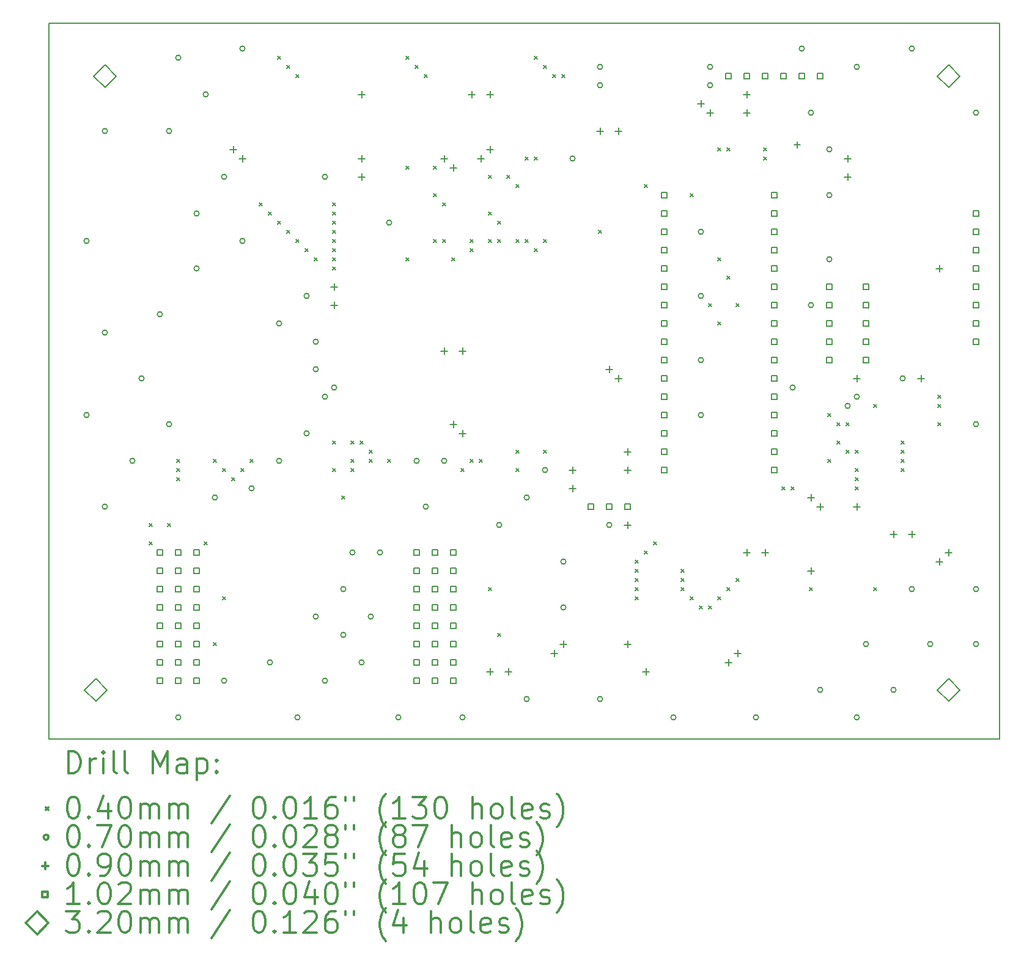
<source format=gbr>
%FSLAX45Y45*%
G04 Gerber Fmt 4.5, Leading zero omitted, Abs format (unit mm)*
G04 Created by KiCad (PCBNEW 4.0.7) date 03/21/19 10:54:37*
%MOMM*%
%LPD*%
G01*
G04 APERTURE LIST*
%ADD10C,0.127000*%
%ADD11C,0.150000*%
%ADD12C,0.200000*%
%ADD13C,0.300000*%
G04 APERTURE END LIST*
D10*
D11*
X13160000Y-9920000D02*
X12860000Y-9920000D01*
X13160000Y-9620000D02*
X13160000Y-9920000D01*
X0Y0D02*
X0Y-300000D01*
X300000Y0D02*
X0Y0D01*
X70000Y-9920000D02*
X12860000Y-9920000D01*
X0Y-9920000D02*
X70000Y-9920000D01*
X0Y-300000D02*
X0Y-9920000D01*
X13160000Y-9140000D02*
X13160000Y-9620000D01*
X13160000Y-50000D02*
X13160000Y-9140000D01*
X13160000Y-10000D02*
X13160000Y-20000D01*
X13160000Y-20000D02*
X13160000Y-50000D01*
X13160000Y0D02*
X13160000Y-10000D01*
X12960000Y0D02*
X13160000Y0D01*
X300000Y0D02*
X12960000Y0D01*
D12*
X1387000Y-6935000D02*
X1427000Y-6975000D01*
X1427000Y-6935000D02*
X1387000Y-6975000D01*
X1387000Y-7189000D02*
X1427000Y-7229000D01*
X1427000Y-7189000D02*
X1387000Y-7229000D01*
X1641000Y-6935000D02*
X1681000Y-6975000D01*
X1681000Y-6935000D02*
X1641000Y-6975000D01*
X1768000Y-6046000D02*
X1808000Y-6086000D01*
X1808000Y-6046000D02*
X1768000Y-6086000D01*
X1768000Y-6173000D02*
X1808000Y-6213000D01*
X1808000Y-6173000D02*
X1768000Y-6213000D01*
X1768000Y-6300000D02*
X1808000Y-6340000D01*
X1808000Y-6300000D02*
X1768000Y-6340000D01*
X2149000Y-7189000D02*
X2189000Y-7229000D01*
X2189000Y-7189000D02*
X2149000Y-7229000D01*
X2276000Y-6046000D02*
X2316000Y-6086000D01*
X2316000Y-6046000D02*
X2276000Y-6086000D01*
X2276000Y-8586000D02*
X2316000Y-8626000D01*
X2316000Y-8586000D02*
X2276000Y-8626000D01*
X2403000Y-6173000D02*
X2443000Y-6213000D01*
X2443000Y-6173000D02*
X2403000Y-6213000D01*
X2403000Y-7951000D02*
X2443000Y-7991000D01*
X2443000Y-7951000D02*
X2403000Y-7991000D01*
X2530000Y-6300000D02*
X2570000Y-6340000D01*
X2570000Y-6300000D02*
X2530000Y-6340000D01*
X2657000Y-6173000D02*
X2697000Y-6213000D01*
X2697000Y-6173000D02*
X2657000Y-6213000D01*
X2784000Y-6046000D02*
X2824000Y-6086000D01*
X2824000Y-6046000D02*
X2784000Y-6086000D01*
X2911000Y-2490000D02*
X2951000Y-2530000D01*
X2951000Y-2490000D02*
X2911000Y-2530000D01*
X3038000Y-2617000D02*
X3078000Y-2657000D01*
X3078000Y-2617000D02*
X3038000Y-2657000D01*
X3165000Y-458000D02*
X3205000Y-498000D01*
X3205000Y-458000D02*
X3165000Y-498000D01*
X3165000Y-2744000D02*
X3205000Y-2784000D01*
X3205000Y-2744000D02*
X3165000Y-2784000D01*
X3292000Y-585000D02*
X3332000Y-625000D01*
X3332000Y-585000D02*
X3292000Y-625000D01*
X3292000Y-2871000D02*
X3332000Y-2911000D01*
X3332000Y-2871000D02*
X3292000Y-2911000D01*
X3419000Y-712000D02*
X3459000Y-752000D01*
X3459000Y-712000D02*
X3419000Y-752000D01*
X3419000Y-2998000D02*
X3459000Y-3038000D01*
X3459000Y-2998000D02*
X3419000Y-3038000D01*
X3546000Y-3125000D02*
X3586000Y-3165000D01*
X3586000Y-3125000D02*
X3546000Y-3165000D01*
X3673000Y-3252000D02*
X3713000Y-3292000D01*
X3713000Y-3252000D02*
X3673000Y-3292000D01*
X3927000Y-2490000D02*
X3967000Y-2530000D01*
X3967000Y-2490000D02*
X3927000Y-2530000D01*
X3927000Y-2617000D02*
X3967000Y-2657000D01*
X3967000Y-2617000D02*
X3927000Y-2657000D01*
X3927000Y-2744000D02*
X3967000Y-2784000D01*
X3967000Y-2744000D02*
X3927000Y-2784000D01*
X3927000Y-2871000D02*
X3967000Y-2911000D01*
X3967000Y-2871000D02*
X3927000Y-2911000D01*
X3927000Y-2998000D02*
X3967000Y-3038000D01*
X3967000Y-2998000D02*
X3927000Y-3038000D01*
X3927000Y-3125000D02*
X3967000Y-3165000D01*
X3967000Y-3125000D02*
X3927000Y-3165000D01*
X3927000Y-3252000D02*
X3967000Y-3292000D01*
X3967000Y-3252000D02*
X3927000Y-3292000D01*
X3927000Y-3379000D02*
X3967000Y-3419000D01*
X3967000Y-3379000D02*
X3927000Y-3419000D01*
X3927000Y-5792000D02*
X3967000Y-5832000D01*
X3967000Y-5792000D02*
X3927000Y-5832000D01*
X3927000Y-6173000D02*
X3967000Y-6213000D01*
X3967000Y-6173000D02*
X3927000Y-6213000D01*
X4054000Y-6554000D02*
X4094000Y-6594000D01*
X4094000Y-6554000D02*
X4054000Y-6594000D01*
X4181000Y-5792000D02*
X4221000Y-5832000D01*
X4221000Y-5792000D02*
X4181000Y-5832000D01*
X4181000Y-6046000D02*
X4221000Y-6086000D01*
X4221000Y-6046000D02*
X4181000Y-6086000D01*
X4181000Y-6173000D02*
X4221000Y-6213000D01*
X4221000Y-6173000D02*
X4181000Y-6213000D01*
X4308000Y-5792000D02*
X4348000Y-5832000D01*
X4348000Y-5792000D02*
X4308000Y-5832000D01*
X4435000Y-5919000D02*
X4475000Y-5959000D01*
X4475000Y-5919000D02*
X4435000Y-5959000D01*
X4435000Y-6046000D02*
X4475000Y-6086000D01*
X4475000Y-6046000D02*
X4435000Y-6086000D01*
X4689000Y-6046000D02*
X4729000Y-6086000D01*
X4729000Y-6046000D02*
X4689000Y-6086000D01*
X4943000Y-458000D02*
X4983000Y-498000D01*
X4983000Y-458000D02*
X4943000Y-498000D01*
X4943000Y-1982000D02*
X4983000Y-2022000D01*
X4983000Y-1982000D02*
X4943000Y-2022000D01*
X4943000Y-3252000D02*
X4983000Y-3292000D01*
X4983000Y-3252000D02*
X4943000Y-3292000D01*
X5070000Y-585000D02*
X5110000Y-625000D01*
X5110000Y-585000D02*
X5070000Y-625000D01*
X5197000Y-712000D02*
X5237000Y-752000D01*
X5237000Y-712000D02*
X5197000Y-752000D01*
X5324000Y-1982000D02*
X5364000Y-2022000D01*
X5364000Y-1982000D02*
X5324000Y-2022000D01*
X5324000Y-2363000D02*
X5364000Y-2403000D01*
X5364000Y-2363000D02*
X5324000Y-2403000D01*
X5324000Y-2998000D02*
X5364000Y-3038000D01*
X5364000Y-2998000D02*
X5324000Y-3038000D01*
X5451000Y-2490000D02*
X5491000Y-2530000D01*
X5491000Y-2490000D02*
X5451000Y-2530000D01*
X5451000Y-2998000D02*
X5491000Y-3038000D01*
X5491000Y-2998000D02*
X5451000Y-3038000D01*
X5578000Y-3252000D02*
X5618000Y-3292000D01*
X5618000Y-3252000D02*
X5578000Y-3292000D01*
X5705000Y-6173000D02*
X5745000Y-6213000D01*
X5745000Y-6173000D02*
X5705000Y-6213000D01*
X5832000Y-2998000D02*
X5872000Y-3038000D01*
X5872000Y-2998000D02*
X5832000Y-3038000D01*
X5832000Y-3125000D02*
X5872000Y-3165000D01*
X5872000Y-3125000D02*
X5832000Y-3165000D01*
X5832000Y-6046000D02*
X5872000Y-6086000D01*
X5872000Y-6046000D02*
X5832000Y-6086000D01*
X5959000Y-6046000D02*
X5999000Y-6086000D01*
X5999000Y-6046000D02*
X5959000Y-6086000D01*
X6086000Y-2109000D02*
X6126000Y-2149000D01*
X6126000Y-2109000D02*
X6086000Y-2149000D01*
X6086000Y-2617000D02*
X6126000Y-2657000D01*
X6126000Y-2617000D02*
X6086000Y-2657000D01*
X6086000Y-2998000D02*
X6126000Y-3038000D01*
X6126000Y-2998000D02*
X6086000Y-3038000D01*
X6086000Y-7824000D02*
X6126000Y-7864000D01*
X6126000Y-7824000D02*
X6086000Y-7864000D01*
X6213000Y-2744000D02*
X6253000Y-2784000D01*
X6253000Y-2744000D02*
X6213000Y-2784000D01*
X6213000Y-2998000D02*
X6253000Y-3038000D01*
X6253000Y-2998000D02*
X6213000Y-3038000D01*
X6213000Y-8459000D02*
X6253000Y-8499000D01*
X6253000Y-8459000D02*
X6213000Y-8499000D01*
X6340000Y-2109000D02*
X6380000Y-2149000D01*
X6380000Y-2109000D02*
X6340000Y-2149000D01*
X6467000Y-2236000D02*
X6507000Y-2276000D01*
X6507000Y-2236000D02*
X6467000Y-2276000D01*
X6467000Y-2998000D02*
X6507000Y-3038000D01*
X6507000Y-2998000D02*
X6467000Y-3038000D01*
X6467000Y-5919000D02*
X6507000Y-5959000D01*
X6507000Y-5919000D02*
X6467000Y-5959000D01*
X6467000Y-6173000D02*
X6507000Y-6213000D01*
X6507000Y-6173000D02*
X6467000Y-6213000D01*
X6594000Y-1855000D02*
X6634000Y-1895000D01*
X6634000Y-1855000D02*
X6594000Y-1895000D01*
X6594000Y-2998000D02*
X6634000Y-3038000D01*
X6634000Y-2998000D02*
X6594000Y-3038000D01*
X6721000Y-458000D02*
X6761000Y-498000D01*
X6761000Y-458000D02*
X6721000Y-498000D01*
X6721000Y-1855000D02*
X6761000Y-1895000D01*
X6761000Y-1855000D02*
X6721000Y-1895000D01*
X6721000Y-3125000D02*
X6761000Y-3165000D01*
X6761000Y-3125000D02*
X6721000Y-3165000D01*
X6848000Y-585000D02*
X6888000Y-625000D01*
X6888000Y-585000D02*
X6848000Y-625000D01*
X6848000Y-2998000D02*
X6888000Y-3038000D01*
X6888000Y-2998000D02*
X6848000Y-3038000D01*
X6848000Y-5919000D02*
X6888000Y-5959000D01*
X6888000Y-5919000D02*
X6848000Y-5959000D01*
X6975000Y-712000D02*
X7015000Y-752000D01*
X7015000Y-712000D02*
X6975000Y-752000D01*
X7102000Y-712000D02*
X7142000Y-752000D01*
X7142000Y-712000D02*
X7102000Y-752000D01*
X7610000Y-2871000D02*
X7650000Y-2911000D01*
X7650000Y-2871000D02*
X7610000Y-2911000D01*
X8118000Y-7443000D02*
X8158000Y-7483000D01*
X8158000Y-7443000D02*
X8118000Y-7483000D01*
X8118000Y-7570000D02*
X8158000Y-7610000D01*
X8158000Y-7570000D02*
X8118000Y-7610000D01*
X8118000Y-7697000D02*
X8158000Y-7737000D01*
X8158000Y-7697000D02*
X8118000Y-7737000D01*
X8118000Y-7824000D02*
X8158000Y-7864000D01*
X8158000Y-7824000D02*
X8118000Y-7864000D01*
X8118000Y-7951000D02*
X8158000Y-7991000D01*
X8158000Y-7951000D02*
X8118000Y-7991000D01*
X8245000Y-2236000D02*
X8285000Y-2276000D01*
X8285000Y-2236000D02*
X8245000Y-2276000D01*
X8245000Y-7316000D02*
X8285000Y-7356000D01*
X8285000Y-7316000D02*
X8245000Y-7356000D01*
X8372000Y-7189000D02*
X8412000Y-7229000D01*
X8412000Y-7189000D02*
X8372000Y-7229000D01*
X8753000Y-7570000D02*
X8793000Y-7610000D01*
X8793000Y-7570000D02*
X8753000Y-7610000D01*
X8753000Y-7697000D02*
X8793000Y-7737000D01*
X8793000Y-7697000D02*
X8753000Y-7737000D01*
X8753000Y-7824000D02*
X8793000Y-7864000D01*
X8793000Y-7824000D02*
X8753000Y-7864000D01*
X8880000Y-2363000D02*
X8920000Y-2403000D01*
X8920000Y-2363000D02*
X8880000Y-2403000D01*
X8880000Y-7951000D02*
X8920000Y-7991000D01*
X8920000Y-7951000D02*
X8880000Y-7991000D01*
X9007000Y-8078000D02*
X9047000Y-8118000D01*
X9047000Y-8078000D02*
X9007000Y-8118000D01*
X9134000Y-3887000D02*
X9174000Y-3927000D01*
X9174000Y-3887000D02*
X9134000Y-3927000D01*
X9134000Y-8078000D02*
X9174000Y-8118000D01*
X9174000Y-8078000D02*
X9134000Y-8118000D01*
X9261000Y-1728000D02*
X9301000Y-1768000D01*
X9301000Y-1728000D02*
X9261000Y-1768000D01*
X9261000Y-3252000D02*
X9301000Y-3292000D01*
X9301000Y-3252000D02*
X9261000Y-3292000D01*
X9261000Y-4141000D02*
X9301000Y-4181000D01*
X9301000Y-4141000D02*
X9261000Y-4181000D01*
X9261000Y-7951000D02*
X9301000Y-7991000D01*
X9301000Y-7951000D02*
X9261000Y-7991000D01*
X9388000Y-1728000D02*
X9428000Y-1768000D01*
X9428000Y-1728000D02*
X9388000Y-1768000D01*
X9388000Y-3506000D02*
X9428000Y-3546000D01*
X9428000Y-3506000D02*
X9388000Y-3546000D01*
X9388000Y-7824000D02*
X9428000Y-7864000D01*
X9428000Y-7824000D02*
X9388000Y-7864000D01*
X9515000Y-3887000D02*
X9555000Y-3927000D01*
X9555000Y-3887000D02*
X9515000Y-3927000D01*
X9515000Y-7697000D02*
X9555000Y-7737000D01*
X9555000Y-7697000D02*
X9515000Y-7737000D01*
X9896000Y-1728000D02*
X9936000Y-1768000D01*
X9936000Y-1728000D02*
X9896000Y-1768000D01*
X9896000Y-1855000D02*
X9936000Y-1895000D01*
X9936000Y-1855000D02*
X9896000Y-1895000D01*
X10150000Y-6427000D02*
X10190000Y-6467000D01*
X10190000Y-6427000D02*
X10150000Y-6467000D01*
X10277000Y-6427000D02*
X10317000Y-6467000D01*
X10317000Y-6427000D02*
X10277000Y-6467000D01*
X10531000Y-7824000D02*
X10571000Y-7864000D01*
X10571000Y-7824000D02*
X10531000Y-7864000D01*
X10785000Y-5411000D02*
X10825000Y-5451000D01*
X10825000Y-5411000D02*
X10785000Y-5451000D01*
X10785000Y-6046000D02*
X10825000Y-6086000D01*
X10825000Y-6046000D02*
X10785000Y-6086000D01*
X10912000Y-5538000D02*
X10952000Y-5578000D01*
X10952000Y-5538000D02*
X10912000Y-5578000D01*
X10912000Y-5792000D02*
X10952000Y-5832000D01*
X10952000Y-5792000D02*
X10912000Y-5832000D01*
X11039000Y-5538000D02*
X11079000Y-5578000D01*
X11079000Y-5538000D02*
X11039000Y-5578000D01*
X11039000Y-5919000D02*
X11079000Y-5959000D01*
X11079000Y-5919000D02*
X11039000Y-5959000D01*
X11166000Y-5919000D02*
X11206000Y-5959000D01*
X11206000Y-5919000D02*
X11166000Y-5959000D01*
X11166000Y-6173000D02*
X11206000Y-6213000D01*
X11206000Y-6173000D02*
X11166000Y-6213000D01*
X11166000Y-6300000D02*
X11206000Y-6340000D01*
X11206000Y-6300000D02*
X11166000Y-6340000D01*
X11166000Y-6427000D02*
X11206000Y-6467000D01*
X11206000Y-6427000D02*
X11166000Y-6467000D01*
X11420000Y-5284000D02*
X11460000Y-5324000D01*
X11460000Y-5284000D02*
X11420000Y-5324000D01*
X11420000Y-7824000D02*
X11460000Y-7864000D01*
X11460000Y-7824000D02*
X11420000Y-7864000D01*
X11801000Y-5792000D02*
X11841000Y-5832000D01*
X11841000Y-5792000D02*
X11801000Y-5832000D01*
X11801000Y-5919000D02*
X11841000Y-5959000D01*
X11841000Y-5919000D02*
X11801000Y-5959000D01*
X11801000Y-6046000D02*
X11841000Y-6086000D01*
X11841000Y-6046000D02*
X11801000Y-6086000D01*
X11801000Y-6173000D02*
X11841000Y-6213000D01*
X11841000Y-6173000D02*
X11801000Y-6213000D01*
X12309000Y-5157000D02*
X12349000Y-5197000D01*
X12349000Y-5157000D02*
X12309000Y-5197000D01*
X12309000Y-5284000D02*
X12349000Y-5324000D01*
X12349000Y-5284000D02*
X12309000Y-5324000D01*
X12309000Y-5538000D02*
X12349000Y-5578000D01*
X12349000Y-5538000D02*
X12309000Y-5578000D01*
X553000Y-3018000D02*
G75*
G03X553000Y-3018000I-35000J0D01*
G01*
X553000Y-5431000D02*
G75*
G03X553000Y-5431000I-35000J0D01*
G01*
X807000Y-1494000D02*
G75*
G03X807000Y-1494000I-35000J0D01*
G01*
X807000Y-4288000D02*
G75*
G03X807000Y-4288000I-35000J0D01*
G01*
X807000Y-6701000D02*
G75*
G03X807000Y-6701000I-35000J0D01*
G01*
X1188000Y-6066000D02*
G75*
G03X1188000Y-6066000I-35000J0D01*
G01*
X1315000Y-4923000D02*
G75*
G03X1315000Y-4923000I-35000J0D01*
G01*
X1569000Y-4034000D02*
G75*
G03X1569000Y-4034000I-35000J0D01*
G01*
X1696000Y-1494000D02*
G75*
G03X1696000Y-1494000I-35000J0D01*
G01*
X1696000Y-5558000D02*
G75*
G03X1696000Y-5558000I-35000J0D01*
G01*
X1823000Y-478000D02*
G75*
G03X1823000Y-478000I-35000J0D01*
G01*
X1823000Y-9622000D02*
G75*
G03X1823000Y-9622000I-35000J0D01*
G01*
X2077000Y-2637000D02*
G75*
G03X2077000Y-2637000I-35000J0D01*
G01*
X2077000Y-3399000D02*
G75*
G03X2077000Y-3399000I-35000J0D01*
G01*
X2204000Y-986000D02*
G75*
G03X2204000Y-986000I-35000J0D01*
G01*
X2331000Y-6574000D02*
G75*
G03X2331000Y-6574000I-35000J0D01*
G01*
X2458000Y-2129000D02*
G75*
G03X2458000Y-2129000I-35000J0D01*
G01*
X2458000Y-9114000D02*
G75*
G03X2458000Y-9114000I-35000J0D01*
G01*
X2712000Y-351000D02*
G75*
G03X2712000Y-351000I-35000J0D01*
G01*
X2712000Y-3018000D02*
G75*
G03X2712000Y-3018000I-35000J0D01*
G01*
X2839000Y-6447000D02*
G75*
G03X2839000Y-6447000I-35000J0D01*
G01*
X3093000Y-8860000D02*
G75*
G03X3093000Y-8860000I-35000J0D01*
G01*
X3220000Y-4161000D02*
G75*
G03X3220000Y-4161000I-35000J0D01*
G01*
X3220000Y-6066000D02*
G75*
G03X3220000Y-6066000I-35000J0D01*
G01*
X3474000Y-9622000D02*
G75*
G03X3474000Y-9622000I-35000J0D01*
G01*
X3601000Y-3780000D02*
G75*
G03X3601000Y-3780000I-35000J0D01*
G01*
X3601000Y-5685000D02*
G75*
G03X3601000Y-5685000I-35000J0D01*
G01*
X3728000Y-4415000D02*
G75*
G03X3728000Y-4415000I-35000J0D01*
G01*
X3728000Y-4796000D02*
G75*
G03X3728000Y-4796000I-35000J0D01*
G01*
X3728000Y-8225000D02*
G75*
G03X3728000Y-8225000I-35000J0D01*
G01*
X3855000Y-2129000D02*
G75*
G03X3855000Y-2129000I-35000J0D01*
G01*
X3855000Y-5177000D02*
G75*
G03X3855000Y-5177000I-35000J0D01*
G01*
X3855000Y-9114000D02*
G75*
G03X3855000Y-9114000I-35000J0D01*
G01*
X3982000Y-5050000D02*
G75*
G03X3982000Y-5050000I-35000J0D01*
G01*
X4109000Y-7844000D02*
G75*
G03X4109000Y-7844000I-35000J0D01*
G01*
X4109000Y-8479000D02*
G75*
G03X4109000Y-8479000I-35000J0D01*
G01*
X4236000Y-7336000D02*
G75*
G03X4236000Y-7336000I-35000J0D01*
G01*
X4363000Y-8860000D02*
G75*
G03X4363000Y-8860000I-35000J0D01*
G01*
X4490000Y-8225000D02*
G75*
G03X4490000Y-8225000I-35000J0D01*
G01*
X4617000Y-7336000D02*
G75*
G03X4617000Y-7336000I-35000J0D01*
G01*
X4744000Y-2764000D02*
G75*
G03X4744000Y-2764000I-35000J0D01*
G01*
X4871000Y-9622000D02*
G75*
G03X4871000Y-9622000I-35000J0D01*
G01*
X5125000Y-6066000D02*
G75*
G03X5125000Y-6066000I-35000J0D01*
G01*
X5252000Y-6701000D02*
G75*
G03X5252000Y-6701000I-35000J0D01*
G01*
X5506000Y-6066000D02*
G75*
G03X5506000Y-6066000I-35000J0D01*
G01*
X5760000Y-9622000D02*
G75*
G03X5760000Y-9622000I-35000J0D01*
G01*
X6268000Y-6955000D02*
G75*
G03X6268000Y-6955000I-35000J0D01*
G01*
X6649000Y-6574000D02*
G75*
G03X6649000Y-6574000I-35000J0D01*
G01*
X6649000Y-9368000D02*
G75*
G03X6649000Y-9368000I-35000J0D01*
G01*
X6903000Y-6193000D02*
G75*
G03X6903000Y-6193000I-35000J0D01*
G01*
X7157000Y-7463000D02*
G75*
G03X7157000Y-7463000I-35000J0D01*
G01*
X7157000Y-8098000D02*
G75*
G03X7157000Y-8098000I-35000J0D01*
G01*
X7284000Y-1875000D02*
G75*
G03X7284000Y-1875000I-35000J0D01*
G01*
X7665000Y-605000D02*
G75*
G03X7665000Y-605000I-35000J0D01*
G01*
X7665000Y-859000D02*
G75*
G03X7665000Y-859000I-35000J0D01*
G01*
X7665000Y-9368000D02*
G75*
G03X7665000Y-9368000I-35000J0D01*
G01*
X7792000Y-6955000D02*
G75*
G03X7792000Y-6955000I-35000J0D01*
G01*
X8681000Y-9622000D02*
G75*
G03X8681000Y-9622000I-35000J0D01*
G01*
X9062000Y-2891000D02*
G75*
G03X9062000Y-2891000I-35000J0D01*
G01*
X9062000Y-3780000D02*
G75*
G03X9062000Y-3780000I-35000J0D01*
G01*
X9062000Y-4669000D02*
G75*
G03X9062000Y-4669000I-35000J0D01*
G01*
X9062000Y-5431000D02*
G75*
G03X9062000Y-5431000I-35000J0D01*
G01*
X9189000Y-605000D02*
G75*
G03X9189000Y-605000I-35000J0D01*
G01*
X9189000Y-859000D02*
G75*
G03X9189000Y-859000I-35000J0D01*
G01*
X9824000Y-9622000D02*
G75*
G03X9824000Y-9622000I-35000J0D01*
G01*
X10332000Y-5050000D02*
G75*
G03X10332000Y-5050000I-35000J0D01*
G01*
X10459000Y-351000D02*
G75*
G03X10459000Y-351000I-35000J0D01*
G01*
X10586000Y-1240000D02*
G75*
G03X10586000Y-1240000I-35000J0D01*
G01*
X10586000Y-3907000D02*
G75*
G03X10586000Y-3907000I-35000J0D01*
G01*
X10713000Y-9241000D02*
G75*
G03X10713000Y-9241000I-35000J0D01*
G01*
X10840000Y-1748000D02*
G75*
G03X10840000Y-1748000I-35000J0D01*
G01*
X10840000Y-2383000D02*
G75*
G03X10840000Y-2383000I-35000J0D01*
G01*
X10840000Y-3272000D02*
G75*
G03X10840000Y-3272000I-35000J0D01*
G01*
X11094000Y-5304000D02*
G75*
G03X11094000Y-5304000I-35000J0D01*
G01*
X11221000Y-605000D02*
G75*
G03X11221000Y-605000I-35000J0D01*
G01*
X11221000Y-5177000D02*
G75*
G03X11221000Y-5177000I-35000J0D01*
G01*
X11221000Y-9622000D02*
G75*
G03X11221000Y-9622000I-35000J0D01*
G01*
X11348000Y-8606000D02*
G75*
G03X11348000Y-8606000I-35000J0D01*
G01*
X11729000Y-9241000D02*
G75*
G03X11729000Y-9241000I-35000J0D01*
G01*
X11856000Y-4923000D02*
G75*
G03X11856000Y-4923000I-35000J0D01*
G01*
X11983000Y-351000D02*
G75*
G03X11983000Y-351000I-35000J0D01*
G01*
X11983000Y-7844000D02*
G75*
G03X11983000Y-7844000I-35000J0D01*
G01*
X12237000Y-8606000D02*
G75*
G03X12237000Y-8606000I-35000J0D01*
G01*
X12872000Y-1240000D02*
G75*
G03X12872000Y-1240000I-35000J0D01*
G01*
X12872000Y-5558000D02*
G75*
G03X12872000Y-5558000I-35000J0D01*
G01*
X12872000Y-7844000D02*
G75*
G03X12872000Y-7844000I-35000J0D01*
G01*
X12872000Y-8606000D02*
G75*
G03X12872000Y-8606000I-35000J0D01*
G01*
X2550000Y-1703000D02*
X2550000Y-1793000D01*
X2505000Y-1748000D02*
X2595000Y-1748000D01*
X2677000Y-1830000D02*
X2677000Y-1920000D01*
X2632000Y-1875000D02*
X2722000Y-1875000D01*
X3947000Y-3608000D02*
X3947000Y-3698000D01*
X3902000Y-3653000D02*
X3992000Y-3653000D01*
X3947000Y-3862000D02*
X3947000Y-3952000D01*
X3902000Y-3907000D02*
X3992000Y-3907000D01*
X4328000Y-941000D02*
X4328000Y-1031000D01*
X4283000Y-986000D02*
X4373000Y-986000D01*
X4328000Y-1830000D02*
X4328000Y-1920000D01*
X4283000Y-1875000D02*
X4373000Y-1875000D01*
X4328000Y-2084000D02*
X4328000Y-2174000D01*
X4283000Y-2129000D02*
X4373000Y-2129000D01*
X5471000Y-1830000D02*
X5471000Y-1920000D01*
X5426000Y-1875000D02*
X5516000Y-1875000D01*
X5471000Y-4497000D02*
X5471000Y-4587000D01*
X5426000Y-4542000D02*
X5516000Y-4542000D01*
X5598000Y-1957000D02*
X5598000Y-2047000D01*
X5553000Y-2002000D02*
X5643000Y-2002000D01*
X5598000Y-5513000D02*
X5598000Y-5603000D01*
X5553000Y-5558000D02*
X5643000Y-5558000D01*
X5725000Y-4497000D02*
X5725000Y-4587000D01*
X5680000Y-4542000D02*
X5770000Y-4542000D01*
X5725000Y-5640000D02*
X5725000Y-5730000D01*
X5680000Y-5685000D02*
X5770000Y-5685000D01*
X5852000Y-941000D02*
X5852000Y-1031000D01*
X5807000Y-986000D02*
X5897000Y-986000D01*
X5979000Y-1830000D02*
X5979000Y-1920000D01*
X5934000Y-1875000D02*
X6024000Y-1875000D01*
X6106000Y-941000D02*
X6106000Y-1031000D01*
X6061000Y-986000D02*
X6151000Y-986000D01*
X6106000Y-1703000D02*
X6106000Y-1793000D01*
X6061000Y-1748000D02*
X6151000Y-1748000D01*
X6106000Y-8942000D02*
X6106000Y-9032000D01*
X6061000Y-8987000D02*
X6151000Y-8987000D01*
X6360000Y-8942000D02*
X6360000Y-9032000D01*
X6315000Y-8987000D02*
X6405000Y-8987000D01*
X6995000Y-8688000D02*
X6995000Y-8778000D01*
X6950000Y-8733000D02*
X7040000Y-8733000D01*
X7122000Y-8561000D02*
X7122000Y-8651000D01*
X7077000Y-8606000D02*
X7167000Y-8606000D01*
X7249000Y-6148000D02*
X7249000Y-6238000D01*
X7204000Y-6193000D02*
X7294000Y-6193000D01*
X7249000Y-6402000D02*
X7249000Y-6492000D01*
X7204000Y-6447000D02*
X7294000Y-6447000D01*
X7630000Y-1449000D02*
X7630000Y-1539000D01*
X7585000Y-1494000D02*
X7675000Y-1494000D01*
X7757000Y-4751000D02*
X7757000Y-4841000D01*
X7712000Y-4796000D02*
X7802000Y-4796000D01*
X7884000Y-1449000D02*
X7884000Y-1539000D01*
X7839000Y-1494000D02*
X7929000Y-1494000D01*
X7884000Y-4878000D02*
X7884000Y-4968000D01*
X7839000Y-4923000D02*
X7929000Y-4923000D01*
X8011000Y-5894000D02*
X8011000Y-5984000D01*
X7966000Y-5939000D02*
X8056000Y-5939000D01*
X8011000Y-6148000D02*
X8011000Y-6238000D01*
X7966000Y-6193000D02*
X8056000Y-6193000D01*
X8011000Y-6910000D02*
X8011000Y-7000000D01*
X7966000Y-6955000D02*
X8056000Y-6955000D01*
X8011000Y-8561000D02*
X8011000Y-8651000D01*
X7966000Y-8606000D02*
X8056000Y-8606000D01*
X8265000Y-8942000D02*
X8265000Y-9032000D01*
X8220000Y-8987000D02*
X8310000Y-8987000D01*
X9027000Y-1068000D02*
X9027000Y-1158000D01*
X8982000Y-1113000D02*
X9072000Y-1113000D01*
X9154000Y-1195000D02*
X9154000Y-1285000D01*
X9109000Y-1240000D02*
X9199000Y-1240000D01*
X9408000Y-8815000D02*
X9408000Y-8905000D01*
X9363000Y-8860000D02*
X9453000Y-8860000D01*
X9535000Y-8688000D02*
X9535000Y-8778000D01*
X9490000Y-8733000D02*
X9580000Y-8733000D01*
X9662000Y-941000D02*
X9662000Y-1031000D01*
X9617000Y-986000D02*
X9707000Y-986000D01*
X9662000Y-1195000D02*
X9662000Y-1285000D01*
X9617000Y-1240000D02*
X9707000Y-1240000D01*
X9662000Y-7291000D02*
X9662000Y-7381000D01*
X9617000Y-7336000D02*
X9707000Y-7336000D01*
X9916000Y-7291000D02*
X9916000Y-7381000D01*
X9871000Y-7336000D02*
X9961000Y-7336000D01*
X10360500Y-1639500D02*
X10360500Y-1729500D01*
X10315500Y-1684500D02*
X10405500Y-1684500D01*
X10551000Y-6529000D02*
X10551000Y-6619000D01*
X10506000Y-6574000D02*
X10596000Y-6574000D01*
X10551000Y-7545000D02*
X10551000Y-7635000D01*
X10506000Y-7590000D02*
X10596000Y-7590000D01*
X10678000Y-6656000D02*
X10678000Y-6746000D01*
X10633000Y-6701000D02*
X10723000Y-6701000D01*
X11059000Y-1830000D02*
X11059000Y-1920000D01*
X11014000Y-1875000D02*
X11104000Y-1875000D01*
X11059000Y-2084000D02*
X11059000Y-2174000D01*
X11014000Y-2129000D02*
X11104000Y-2129000D01*
X11186000Y-4878000D02*
X11186000Y-4968000D01*
X11141000Y-4923000D02*
X11231000Y-4923000D01*
X11186000Y-6656000D02*
X11186000Y-6746000D01*
X11141000Y-6701000D02*
X11231000Y-6701000D01*
X11694000Y-7037000D02*
X11694000Y-7127000D01*
X11649000Y-7082000D02*
X11739000Y-7082000D01*
X11948000Y-7037000D02*
X11948000Y-7127000D01*
X11903000Y-7082000D02*
X11993000Y-7082000D01*
X12075000Y-4878000D02*
X12075000Y-4968000D01*
X12030000Y-4923000D02*
X12120000Y-4923000D01*
X12329000Y-3354000D02*
X12329000Y-3444000D01*
X12284000Y-3399000D02*
X12374000Y-3399000D01*
X12329000Y-7418000D02*
X12329000Y-7508000D01*
X12284000Y-7463000D02*
X12374000Y-7463000D01*
X12456000Y-7291000D02*
X12456000Y-7381000D01*
X12411000Y-7336000D02*
X12501000Y-7336000D01*
X1570063Y-7372063D02*
X1570063Y-7299937D01*
X1497937Y-7299937D01*
X1497937Y-7372063D01*
X1570063Y-7372063D01*
X1570063Y-7626063D02*
X1570063Y-7553937D01*
X1497937Y-7553937D01*
X1497937Y-7626063D01*
X1570063Y-7626063D01*
X1570063Y-7880063D02*
X1570063Y-7807937D01*
X1497937Y-7807937D01*
X1497937Y-7880063D01*
X1570063Y-7880063D01*
X1570063Y-8134063D02*
X1570063Y-8061937D01*
X1497937Y-8061937D01*
X1497937Y-8134063D01*
X1570063Y-8134063D01*
X1570063Y-8388063D02*
X1570063Y-8315937D01*
X1497937Y-8315937D01*
X1497937Y-8388063D01*
X1570063Y-8388063D01*
X1570063Y-8642063D02*
X1570063Y-8569937D01*
X1497937Y-8569937D01*
X1497937Y-8642063D01*
X1570063Y-8642063D01*
X1570063Y-8896063D02*
X1570063Y-8823937D01*
X1497937Y-8823937D01*
X1497937Y-8896063D01*
X1570063Y-8896063D01*
X1570063Y-9150063D02*
X1570063Y-9077937D01*
X1497937Y-9077937D01*
X1497937Y-9150063D01*
X1570063Y-9150063D01*
X1824063Y-7372063D02*
X1824063Y-7299937D01*
X1751937Y-7299937D01*
X1751937Y-7372063D01*
X1824063Y-7372063D01*
X1824063Y-7626063D02*
X1824063Y-7553937D01*
X1751937Y-7553937D01*
X1751937Y-7626063D01*
X1824063Y-7626063D01*
X1824063Y-7880063D02*
X1824063Y-7807937D01*
X1751937Y-7807937D01*
X1751937Y-7880063D01*
X1824063Y-7880063D01*
X1824063Y-8134063D02*
X1824063Y-8061937D01*
X1751937Y-8061937D01*
X1751937Y-8134063D01*
X1824063Y-8134063D01*
X1824063Y-8388063D02*
X1824063Y-8315937D01*
X1751937Y-8315937D01*
X1751937Y-8388063D01*
X1824063Y-8388063D01*
X1824063Y-8642063D02*
X1824063Y-8569937D01*
X1751937Y-8569937D01*
X1751937Y-8642063D01*
X1824063Y-8642063D01*
X1824063Y-8896063D02*
X1824063Y-8823937D01*
X1751937Y-8823937D01*
X1751937Y-8896063D01*
X1824063Y-8896063D01*
X1824063Y-9150063D02*
X1824063Y-9077937D01*
X1751937Y-9077937D01*
X1751937Y-9150063D01*
X1824063Y-9150063D01*
X2078063Y-7372063D02*
X2078063Y-7299937D01*
X2005937Y-7299937D01*
X2005937Y-7372063D01*
X2078063Y-7372063D01*
X2078063Y-7626063D02*
X2078063Y-7553937D01*
X2005937Y-7553937D01*
X2005937Y-7626063D01*
X2078063Y-7626063D01*
X2078063Y-7880063D02*
X2078063Y-7807937D01*
X2005937Y-7807937D01*
X2005937Y-7880063D01*
X2078063Y-7880063D01*
X2078063Y-8134063D02*
X2078063Y-8061937D01*
X2005937Y-8061937D01*
X2005937Y-8134063D01*
X2078063Y-8134063D01*
X2078063Y-8388063D02*
X2078063Y-8315937D01*
X2005937Y-8315937D01*
X2005937Y-8388063D01*
X2078063Y-8388063D01*
X2078063Y-8642063D02*
X2078063Y-8569937D01*
X2005937Y-8569937D01*
X2005937Y-8642063D01*
X2078063Y-8642063D01*
X2078063Y-8896063D02*
X2078063Y-8823937D01*
X2005937Y-8823937D01*
X2005937Y-8896063D01*
X2078063Y-8896063D01*
X2078063Y-9150063D02*
X2078063Y-9077937D01*
X2005937Y-9077937D01*
X2005937Y-9150063D01*
X2078063Y-9150063D01*
X5126063Y-7372063D02*
X5126063Y-7299937D01*
X5053937Y-7299937D01*
X5053937Y-7372063D01*
X5126063Y-7372063D01*
X5126063Y-7626063D02*
X5126063Y-7553937D01*
X5053937Y-7553937D01*
X5053937Y-7626063D01*
X5126063Y-7626063D01*
X5126063Y-7880063D02*
X5126063Y-7807937D01*
X5053937Y-7807937D01*
X5053937Y-7880063D01*
X5126063Y-7880063D01*
X5126063Y-8134063D02*
X5126063Y-8061937D01*
X5053937Y-8061937D01*
X5053937Y-8134063D01*
X5126063Y-8134063D01*
X5126063Y-8388063D02*
X5126063Y-8315937D01*
X5053937Y-8315937D01*
X5053937Y-8388063D01*
X5126063Y-8388063D01*
X5126063Y-8642063D02*
X5126063Y-8569937D01*
X5053937Y-8569937D01*
X5053937Y-8642063D01*
X5126063Y-8642063D01*
X5126063Y-8896063D02*
X5126063Y-8823937D01*
X5053937Y-8823937D01*
X5053937Y-8896063D01*
X5126063Y-8896063D01*
X5126063Y-9150063D02*
X5126063Y-9077937D01*
X5053937Y-9077937D01*
X5053937Y-9150063D01*
X5126063Y-9150063D01*
X5380063Y-7372063D02*
X5380063Y-7299937D01*
X5307937Y-7299937D01*
X5307937Y-7372063D01*
X5380063Y-7372063D01*
X5380063Y-7626063D02*
X5380063Y-7553937D01*
X5307937Y-7553937D01*
X5307937Y-7626063D01*
X5380063Y-7626063D01*
X5380063Y-7880063D02*
X5380063Y-7807937D01*
X5307937Y-7807937D01*
X5307937Y-7880063D01*
X5380063Y-7880063D01*
X5380063Y-8134063D02*
X5380063Y-8061937D01*
X5307937Y-8061937D01*
X5307937Y-8134063D01*
X5380063Y-8134063D01*
X5380063Y-8388063D02*
X5380063Y-8315937D01*
X5307937Y-8315937D01*
X5307937Y-8388063D01*
X5380063Y-8388063D01*
X5380063Y-8642063D02*
X5380063Y-8569937D01*
X5307937Y-8569937D01*
X5307937Y-8642063D01*
X5380063Y-8642063D01*
X5380063Y-8896063D02*
X5380063Y-8823937D01*
X5307937Y-8823937D01*
X5307937Y-8896063D01*
X5380063Y-8896063D01*
X5380063Y-9150063D02*
X5380063Y-9077937D01*
X5307937Y-9077937D01*
X5307937Y-9150063D01*
X5380063Y-9150063D01*
X5634063Y-7372063D02*
X5634063Y-7299937D01*
X5561937Y-7299937D01*
X5561937Y-7372063D01*
X5634063Y-7372063D01*
X5634063Y-7626063D02*
X5634063Y-7553937D01*
X5561937Y-7553937D01*
X5561937Y-7626063D01*
X5634063Y-7626063D01*
X5634063Y-7880063D02*
X5634063Y-7807937D01*
X5561937Y-7807937D01*
X5561937Y-7880063D01*
X5634063Y-7880063D01*
X5634063Y-8134063D02*
X5634063Y-8061937D01*
X5561937Y-8061937D01*
X5561937Y-8134063D01*
X5634063Y-8134063D01*
X5634063Y-8388063D02*
X5634063Y-8315937D01*
X5561937Y-8315937D01*
X5561937Y-8388063D01*
X5634063Y-8388063D01*
X5634063Y-8642063D02*
X5634063Y-8569937D01*
X5561937Y-8569937D01*
X5561937Y-8642063D01*
X5634063Y-8642063D01*
X5634063Y-8896063D02*
X5634063Y-8823937D01*
X5561937Y-8823937D01*
X5561937Y-8896063D01*
X5634063Y-8896063D01*
X5634063Y-9150063D02*
X5634063Y-9077937D01*
X5561937Y-9077937D01*
X5561937Y-9150063D01*
X5634063Y-9150063D01*
X7539063Y-6737063D02*
X7539063Y-6664937D01*
X7466937Y-6664937D01*
X7466937Y-6737063D01*
X7539063Y-6737063D01*
X7793063Y-6737063D02*
X7793063Y-6664937D01*
X7720937Y-6664937D01*
X7720937Y-6737063D01*
X7793063Y-6737063D01*
X8047063Y-6737063D02*
X8047063Y-6664937D01*
X7974937Y-6664937D01*
X7974937Y-6737063D01*
X8047063Y-6737063D01*
X8555063Y-2419063D02*
X8555063Y-2346937D01*
X8482937Y-2346937D01*
X8482937Y-2419063D01*
X8555063Y-2419063D01*
X8555063Y-2673063D02*
X8555063Y-2600937D01*
X8482937Y-2600937D01*
X8482937Y-2673063D01*
X8555063Y-2673063D01*
X8555063Y-2927063D02*
X8555063Y-2854937D01*
X8482937Y-2854937D01*
X8482937Y-2927063D01*
X8555063Y-2927063D01*
X8555063Y-3181063D02*
X8555063Y-3108937D01*
X8482937Y-3108937D01*
X8482937Y-3181063D01*
X8555063Y-3181063D01*
X8555063Y-3435063D02*
X8555063Y-3362937D01*
X8482937Y-3362937D01*
X8482937Y-3435063D01*
X8555063Y-3435063D01*
X8555063Y-3689063D02*
X8555063Y-3616937D01*
X8482937Y-3616937D01*
X8482937Y-3689063D01*
X8555063Y-3689063D01*
X8555063Y-3943063D02*
X8555063Y-3870937D01*
X8482937Y-3870937D01*
X8482937Y-3943063D01*
X8555063Y-3943063D01*
X8555063Y-4197063D02*
X8555063Y-4124937D01*
X8482937Y-4124937D01*
X8482937Y-4197063D01*
X8555063Y-4197063D01*
X8555063Y-4451063D02*
X8555063Y-4378937D01*
X8482937Y-4378937D01*
X8482937Y-4451063D01*
X8555063Y-4451063D01*
X8555063Y-4705063D02*
X8555063Y-4632937D01*
X8482937Y-4632937D01*
X8482937Y-4705063D01*
X8555063Y-4705063D01*
X8555063Y-4959063D02*
X8555063Y-4886937D01*
X8482937Y-4886937D01*
X8482937Y-4959063D01*
X8555063Y-4959063D01*
X8555063Y-5213063D02*
X8555063Y-5140937D01*
X8482937Y-5140937D01*
X8482937Y-5213063D01*
X8555063Y-5213063D01*
X8555063Y-5467063D02*
X8555063Y-5394937D01*
X8482937Y-5394937D01*
X8482937Y-5467063D01*
X8555063Y-5467063D01*
X8555063Y-5721063D02*
X8555063Y-5648937D01*
X8482937Y-5648937D01*
X8482937Y-5721063D01*
X8555063Y-5721063D01*
X8555063Y-5975063D02*
X8555063Y-5902937D01*
X8482937Y-5902937D01*
X8482937Y-5975063D01*
X8555063Y-5975063D01*
X8555063Y-6229063D02*
X8555063Y-6156937D01*
X8482937Y-6156937D01*
X8482937Y-6229063D01*
X8555063Y-6229063D01*
X9444063Y-768063D02*
X9444063Y-695937D01*
X9371937Y-695937D01*
X9371937Y-768063D01*
X9444063Y-768063D01*
X9698063Y-768063D02*
X9698063Y-695937D01*
X9625937Y-695937D01*
X9625937Y-768063D01*
X9698063Y-768063D01*
X9952063Y-768063D02*
X9952063Y-695937D01*
X9879937Y-695937D01*
X9879937Y-768063D01*
X9952063Y-768063D01*
X10079063Y-2419063D02*
X10079063Y-2346937D01*
X10006937Y-2346937D01*
X10006937Y-2419063D01*
X10079063Y-2419063D01*
X10079063Y-2673063D02*
X10079063Y-2600937D01*
X10006937Y-2600937D01*
X10006937Y-2673063D01*
X10079063Y-2673063D01*
X10079063Y-2927063D02*
X10079063Y-2854937D01*
X10006937Y-2854937D01*
X10006937Y-2927063D01*
X10079063Y-2927063D01*
X10079063Y-3181063D02*
X10079063Y-3108937D01*
X10006937Y-3108937D01*
X10006937Y-3181063D01*
X10079063Y-3181063D01*
X10079063Y-3435063D02*
X10079063Y-3362937D01*
X10006937Y-3362937D01*
X10006937Y-3435063D01*
X10079063Y-3435063D01*
X10079063Y-3689063D02*
X10079063Y-3616937D01*
X10006937Y-3616937D01*
X10006937Y-3689063D01*
X10079063Y-3689063D01*
X10079063Y-3943063D02*
X10079063Y-3870937D01*
X10006937Y-3870937D01*
X10006937Y-3943063D01*
X10079063Y-3943063D01*
X10079063Y-4197063D02*
X10079063Y-4124937D01*
X10006937Y-4124937D01*
X10006937Y-4197063D01*
X10079063Y-4197063D01*
X10079063Y-4451063D02*
X10079063Y-4378937D01*
X10006937Y-4378937D01*
X10006937Y-4451063D01*
X10079063Y-4451063D01*
X10079063Y-4705063D02*
X10079063Y-4632937D01*
X10006937Y-4632937D01*
X10006937Y-4705063D01*
X10079063Y-4705063D01*
X10079063Y-4959063D02*
X10079063Y-4886937D01*
X10006937Y-4886937D01*
X10006937Y-4959063D01*
X10079063Y-4959063D01*
X10079063Y-5213063D02*
X10079063Y-5140937D01*
X10006937Y-5140937D01*
X10006937Y-5213063D01*
X10079063Y-5213063D01*
X10079063Y-5467063D02*
X10079063Y-5394937D01*
X10006937Y-5394937D01*
X10006937Y-5467063D01*
X10079063Y-5467063D01*
X10079063Y-5721063D02*
X10079063Y-5648937D01*
X10006937Y-5648937D01*
X10006937Y-5721063D01*
X10079063Y-5721063D01*
X10079063Y-5975063D02*
X10079063Y-5902937D01*
X10006937Y-5902937D01*
X10006937Y-5975063D01*
X10079063Y-5975063D01*
X10079063Y-6229063D02*
X10079063Y-6156937D01*
X10006937Y-6156937D01*
X10006937Y-6229063D01*
X10079063Y-6229063D01*
X10206063Y-768063D02*
X10206063Y-695937D01*
X10133937Y-695937D01*
X10133937Y-768063D01*
X10206063Y-768063D01*
X10460063Y-768063D02*
X10460063Y-695937D01*
X10387937Y-695937D01*
X10387937Y-768063D01*
X10460063Y-768063D01*
X10714063Y-768063D02*
X10714063Y-695937D01*
X10641937Y-695937D01*
X10641937Y-768063D01*
X10714063Y-768063D01*
X10841063Y-3689063D02*
X10841063Y-3616937D01*
X10768937Y-3616937D01*
X10768937Y-3689063D01*
X10841063Y-3689063D01*
X10841063Y-3943063D02*
X10841063Y-3870937D01*
X10768937Y-3870937D01*
X10768937Y-3943063D01*
X10841063Y-3943063D01*
X10841063Y-4197063D02*
X10841063Y-4124937D01*
X10768937Y-4124937D01*
X10768937Y-4197063D01*
X10841063Y-4197063D01*
X10841063Y-4451063D02*
X10841063Y-4378937D01*
X10768937Y-4378937D01*
X10768937Y-4451063D01*
X10841063Y-4451063D01*
X10841063Y-4705063D02*
X10841063Y-4632937D01*
X10768937Y-4632937D01*
X10768937Y-4705063D01*
X10841063Y-4705063D01*
X11349063Y-3689063D02*
X11349063Y-3616937D01*
X11276937Y-3616937D01*
X11276937Y-3689063D01*
X11349063Y-3689063D01*
X11349063Y-3943063D02*
X11349063Y-3870937D01*
X11276937Y-3870937D01*
X11276937Y-3943063D01*
X11349063Y-3943063D01*
X11349063Y-4197063D02*
X11349063Y-4124937D01*
X11276937Y-4124937D01*
X11276937Y-4197063D01*
X11349063Y-4197063D01*
X11349063Y-4451063D02*
X11349063Y-4378937D01*
X11276937Y-4378937D01*
X11276937Y-4451063D01*
X11349063Y-4451063D01*
X11349063Y-4705063D02*
X11349063Y-4632937D01*
X11276937Y-4632937D01*
X11276937Y-4705063D01*
X11349063Y-4705063D01*
X12873063Y-2673063D02*
X12873063Y-2600937D01*
X12800937Y-2600937D01*
X12800937Y-2673063D01*
X12873063Y-2673063D01*
X12873063Y-2927063D02*
X12873063Y-2854937D01*
X12800937Y-2854937D01*
X12800937Y-2927063D01*
X12873063Y-2927063D01*
X12873063Y-3181063D02*
X12873063Y-3108937D01*
X12800937Y-3108937D01*
X12800937Y-3181063D01*
X12873063Y-3181063D01*
X12873063Y-3435063D02*
X12873063Y-3362937D01*
X12800937Y-3362937D01*
X12800937Y-3435063D01*
X12873063Y-3435063D01*
X12873063Y-3689063D02*
X12873063Y-3616937D01*
X12800937Y-3616937D01*
X12800937Y-3689063D01*
X12873063Y-3689063D01*
X12873063Y-3943063D02*
X12873063Y-3870937D01*
X12800937Y-3870937D01*
X12800937Y-3943063D01*
X12873063Y-3943063D01*
X12873063Y-4197063D02*
X12873063Y-4124937D01*
X12800937Y-4124937D01*
X12800937Y-4197063D01*
X12873063Y-4197063D01*
X12873063Y-4451063D02*
X12873063Y-4378937D01*
X12800937Y-4378937D01*
X12800937Y-4451063D01*
X12873063Y-4451063D01*
X645000Y-9401000D02*
X805000Y-9241000D01*
X645000Y-9081000D01*
X485000Y-9241000D01*
X645000Y-9401000D01*
X772000Y-892000D02*
X932000Y-732000D01*
X772000Y-572000D01*
X612000Y-732000D01*
X772000Y-892000D01*
X12456000Y-892000D02*
X12616000Y-732000D01*
X12456000Y-572000D01*
X12296000Y-732000D01*
X12456000Y-892000D01*
X12456000Y-9401000D02*
X12616000Y-9241000D01*
X12456000Y-9081000D01*
X12296000Y-9241000D01*
X12456000Y-9401000D01*
D13*
X263929Y-10393214D02*
X263929Y-10093214D01*
X335357Y-10093214D01*
X378214Y-10107500D01*
X406786Y-10136072D01*
X421071Y-10164643D01*
X435357Y-10221786D01*
X435357Y-10264643D01*
X421071Y-10321786D01*
X406786Y-10350357D01*
X378214Y-10378929D01*
X335357Y-10393214D01*
X263929Y-10393214D01*
X563929Y-10393214D02*
X563929Y-10193214D01*
X563929Y-10250357D02*
X578214Y-10221786D01*
X592500Y-10207500D01*
X621071Y-10193214D01*
X649643Y-10193214D01*
X749643Y-10393214D02*
X749643Y-10193214D01*
X749643Y-10093214D02*
X735357Y-10107500D01*
X749643Y-10121786D01*
X763928Y-10107500D01*
X749643Y-10093214D01*
X749643Y-10121786D01*
X935357Y-10393214D02*
X906786Y-10378929D01*
X892500Y-10350357D01*
X892500Y-10093214D01*
X1092500Y-10393214D02*
X1063929Y-10378929D01*
X1049643Y-10350357D01*
X1049643Y-10093214D01*
X1435357Y-10393214D02*
X1435357Y-10093214D01*
X1535357Y-10307500D01*
X1635357Y-10093214D01*
X1635357Y-10393214D01*
X1906786Y-10393214D02*
X1906786Y-10236072D01*
X1892500Y-10207500D01*
X1863928Y-10193214D01*
X1806786Y-10193214D01*
X1778214Y-10207500D01*
X1906786Y-10378929D02*
X1878214Y-10393214D01*
X1806786Y-10393214D01*
X1778214Y-10378929D01*
X1763928Y-10350357D01*
X1763928Y-10321786D01*
X1778214Y-10293214D01*
X1806786Y-10278929D01*
X1878214Y-10278929D01*
X1906786Y-10264643D01*
X2049643Y-10193214D02*
X2049643Y-10493214D01*
X2049643Y-10207500D02*
X2078214Y-10193214D01*
X2135357Y-10193214D01*
X2163929Y-10207500D01*
X2178214Y-10221786D01*
X2192500Y-10250357D01*
X2192500Y-10336072D01*
X2178214Y-10364643D01*
X2163929Y-10378929D01*
X2135357Y-10393214D01*
X2078214Y-10393214D01*
X2049643Y-10378929D01*
X2321071Y-10364643D02*
X2335357Y-10378929D01*
X2321071Y-10393214D01*
X2306786Y-10378929D01*
X2321071Y-10364643D01*
X2321071Y-10393214D01*
X2321071Y-10207500D02*
X2335357Y-10221786D01*
X2321071Y-10236072D01*
X2306786Y-10221786D01*
X2321071Y-10207500D01*
X2321071Y-10236072D01*
X-47500Y-10867500D02*
X-7500Y-10907500D01*
X-7500Y-10867500D02*
X-47500Y-10907500D01*
X321071Y-10723214D02*
X349643Y-10723214D01*
X378214Y-10737500D01*
X392500Y-10751786D01*
X406786Y-10780357D01*
X421071Y-10837500D01*
X421071Y-10908929D01*
X406786Y-10966072D01*
X392500Y-10994643D01*
X378214Y-11008929D01*
X349643Y-11023214D01*
X321071Y-11023214D01*
X292500Y-11008929D01*
X278214Y-10994643D01*
X263929Y-10966072D01*
X249643Y-10908929D01*
X249643Y-10837500D01*
X263929Y-10780357D01*
X278214Y-10751786D01*
X292500Y-10737500D01*
X321071Y-10723214D01*
X549643Y-10994643D02*
X563929Y-11008929D01*
X549643Y-11023214D01*
X535357Y-11008929D01*
X549643Y-10994643D01*
X549643Y-11023214D01*
X821071Y-10823214D02*
X821071Y-11023214D01*
X749643Y-10708929D02*
X678214Y-10923214D01*
X863928Y-10923214D01*
X1035357Y-10723214D02*
X1063929Y-10723214D01*
X1092500Y-10737500D01*
X1106786Y-10751786D01*
X1121071Y-10780357D01*
X1135357Y-10837500D01*
X1135357Y-10908929D01*
X1121071Y-10966072D01*
X1106786Y-10994643D01*
X1092500Y-11008929D01*
X1063929Y-11023214D01*
X1035357Y-11023214D01*
X1006786Y-11008929D01*
X992500Y-10994643D01*
X978214Y-10966072D01*
X963928Y-10908929D01*
X963928Y-10837500D01*
X978214Y-10780357D01*
X992500Y-10751786D01*
X1006786Y-10737500D01*
X1035357Y-10723214D01*
X1263929Y-11023214D02*
X1263929Y-10823214D01*
X1263929Y-10851786D02*
X1278214Y-10837500D01*
X1306786Y-10823214D01*
X1349643Y-10823214D01*
X1378214Y-10837500D01*
X1392500Y-10866072D01*
X1392500Y-11023214D01*
X1392500Y-10866072D02*
X1406786Y-10837500D01*
X1435357Y-10823214D01*
X1478214Y-10823214D01*
X1506786Y-10837500D01*
X1521071Y-10866072D01*
X1521071Y-11023214D01*
X1663928Y-11023214D02*
X1663928Y-10823214D01*
X1663928Y-10851786D02*
X1678214Y-10837500D01*
X1706786Y-10823214D01*
X1749643Y-10823214D01*
X1778214Y-10837500D01*
X1792500Y-10866072D01*
X1792500Y-11023214D01*
X1792500Y-10866072D02*
X1806786Y-10837500D01*
X1835357Y-10823214D01*
X1878214Y-10823214D01*
X1906786Y-10837500D01*
X1921071Y-10866072D01*
X1921071Y-11023214D01*
X2506786Y-10708929D02*
X2249643Y-11094643D01*
X2892500Y-10723214D02*
X2921071Y-10723214D01*
X2949643Y-10737500D01*
X2963928Y-10751786D01*
X2978214Y-10780357D01*
X2992500Y-10837500D01*
X2992500Y-10908929D01*
X2978214Y-10966072D01*
X2963928Y-10994643D01*
X2949643Y-11008929D01*
X2921071Y-11023214D01*
X2892500Y-11023214D01*
X2863928Y-11008929D01*
X2849643Y-10994643D01*
X2835357Y-10966072D01*
X2821071Y-10908929D01*
X2821071Y-10837500D01*
X2835357Y-10780357D01*
X2849643Y-10751786D01*
X2863928Y-10737500D01*
X2892500Y-10723214D01*
X3121071Y-10994643D02*
X3135357Y-11008929D01*
X3121071Y-11023214D01*
X3106786Y-11008929D01*
X3121071Y-10994643D01*
X3121071Y-11023214D01*
X3321071Y-10723214D02*
X3349643Y-10723214D01*
X3378214Y-10737500D01*
X3392500Y-10751786D01*
X3406785Y-10780357D01*
X3421071Y-10837500D01*
X3421071Y-10908929D01*
X3406785Y-10966072D01*
X3392500Y-10994643D01*
X3378214Y-11008929D01*
X3349643Y-11023214D01*
X3321071Y-11023214D01*
X3292500Y-11008929D01*
X3278214Y-10994643D01*
X3263928Y-10966072D01*
X3249643Y-10908929D01*
X3249643Y-10837500D01*
X3263928Y-10780357D01*
X3278214Y-10751786D01*
X3292500Y-10737500D01*
X3321071Y-10723214D01*
X3706785Y-11023214D02*
X3535357Y-11023214D01*
X3621071Y-11023214D02*
X3621071Y-10723214D01*
X3592500Y-10766072D01*
X3563928Y-10794643D01*
X3535357Y-10808929D01*
X3963928Y-10723214D02*
X3906785Y-10723214D01*
X3878214Y-10737500D01*
X3863928Y-10751786D01*
X3835357Y-10794643D01*
X3821071Y-10851786D01*
X3821071Y-10966072D01*
X3835357Y-10994643D01*
X3849643Y-11008929D01*
X3878214Y-11023214D01*
X3935357Y-11023214D01*
X3963928Y-11008929D01*
X3978214Y-10994643D01*
X3992500Y-10966072D01*
X3992500Y-10894643D01*
X3978214Y-10866072D01*
X3963928Y-10851786D01*
X3935357Y-10837500D01*
X3878214Y-10837500D01*
X3849643Y-10851786D01*
X3835357Y-10866072D01*
X3821071Y-10894643D01*
X4106786Y-10723214D02*
X4106786Y-10780357D01*
X4221071Y-10723214D02*
X4221071Y-10780357D01*
X4663928Y-11137500D02*
X4649643Y-11123214D01*
X4621071Y-11080357D01*
X4606786Y-11051786D01*
X4592500Y-11008929D01*
X4578214Y-10937500D01*
X4578214Y-10880357D01*
X4592500Y-10808929D01*
X4606786Y-10766072D01*
X4621071Y-10737500D01*
X4649643Y-10694643D01*
X4663928Y-10680357D01*
X4935357Y-11023214D02*
X4763928Y-11023214D01*
X4849643Y-11023214D02*
X4849643Y-10723214D01*
X4821071Y-10766072D01*
X4792500Y-10794643D01*
X4763928Y-10808929D01*
X5035357Y-10723214D02*
X5221071Y-10723214D01*
X5121071Y-10837500D01*
X5163928Y-10837500D01*
X5192500Y-10851786D01*
X5206786Y-10866072D01*
X5221071Y-10894643D01*
X5221071Y-10966072D01*
X5206786Y-10994643D01*
X5192500Y-11008929D01*
X5163928Y-11023214D01*
X5078214Y-11023214D01*
X5049643Y-11008929D01*
X5035357Y-10994643D01*
X5406786Y-10723214D02*
X5435357Y-10723214D01*
X5463928Y-10737500D01*
X5478214Y-10751786D01*
X5492500Y-10780357D01*
X5506786Y-10837500D01*
X5506786Y-10908929D01*
X5492500Y-10966072D01*
X5478214Y-10994643D01*
X5463928Y-11008929D01*
X5435357Y-11023214D01*
X5406786Y-11023214D01*
X5378214Y-11008929D01*
X5363928Y-10994643D01*
X5349643Y-10966072D01*
X5335357Y-10908929D01*
X5335357Y-10837500D01*
X5349643Y-10780357D01*
X5363928Y-10751786D01*
X5378214Y-10737500D01*
X5406786Y-10723214D01*
X5863928Y-11023214D02*
X5863928Y-10723214D01*
X5992500Y-11023214D02*
X5992500Y-10866072D01*
X5978214Y-10837500D01*
X5949643Y-10823214D01*
X5906785Y-10823214D01*
X5878214Y-10837500D01*
X5863928Y-10851786D01*
X6178214Y-11023214D02*
X6149643Y-11008929D01*
X6135357Y-10994643D01*
X6121071Y-10966072D01*
X6121071Y-10880357D01*
X6135357Y-10851786D01*
X6149643Y-10837500D01*
X6178214Y-10823214D01*
X6221071Y-10823214D01*
X6249643Y-10837500D01*
X6263928Y-10851786D01*
X6278214Y-10880357D01*
X6278214Y-10966072D01*
X6263928Y-10994643D01*
X6249643Y-11008929D01*
X6221071Y-11023214D01*
X6178214Y-11023214D01*
X6449643Y-11023214D02*
X6421071Y-11008929D01*
X6406786Y-10980357D01*
X6406786Y-10723214D01*
X6678214Y-11008929D02*
X6649643Y-11023214D01*
X6592500Y-11023214D01*
X6563928Y-11008929D01*
X6549643Y-10980357D01*
X6549643Y-10866072D01*
X6563928Y-10837500D01*
X6592500Y-10823214D01*
X6649643Y-10823214D01*
X6678214Y-10837500D01*
X6692500Y-10866072D01*
X6692500Y-10894643D01*
X6549643Y-10923214D01*
X6806786Y-11008929D02*
X6835357Y-11023214D01*
X6892500Y-11023214D01*
X6921071Y-11008929D01*
X6935357Y-10980357D01*
X6935357Y-10966072D01*
X6921071Y-10937500D01*
X6892500Y-10923214D01*
X6849643Y-10923214D01*
X6821071Y-10908929D01*
X6806786Y-10880357D01*
X6806786Y-10866072D01*
X6821071Y-10837500D01*
X6849643Y-10823214D01*
X6892500Y-10823214D01*
X6921071Y-10837500D01*
X7035357Y-11137500D02*
X7049643Y-11123214D01*
X7078214Y-11080357D01*
X7092500Y-11051786D01*
X7106786Y-11008929D01*
X7121071Y-10937500D01*
X7121071Y-10880357D01*
X7106786Y-10808929D01*
X7092500Y-10766072D01*
X7078214Y-10737500D01*
X7049643Y-10694643D01*
X7035357Y-10680357D01*
X-7500Y-11283500D02*
G75*
G03X-7500Y-11283500I-35000J0D01*
G01*
X321071Y-11119214D02*
X349643Y-11119214D01*
X378214Y-11133500D01*
X392500Y-11147786D01*
X406786Y-11176357D01*
X421071Y-11233500D01*
X421071Y-11304929D01*
X406786Y-11362071D01*
X392500Y-11390643D01*
X378214Y-11404929D01*
X349643Y-11419214D01*
X321071Y-11419214D01*
X292500Y-11404929D01*
X278214Y-11390643D01*
X263929Y-11362071D01*
X249643Y-11304929D01*
X249643Y-11233500D01*
X263929Y-11176357D01*
X278214Y-11147786D01*
X292500Y-11133500D01*
X321071Y-11119214D01*
X549643Y-11390643D02*
X563929Y-11404929D01*
X549643Y-11419214D01*
X535357Y-11404929D01*
X549643Y-11390643D01*
X549643Y-11419214D01*
X663928Y-11119214D02*
X863928Y-11119214D01*
X735357Y-11419214D01*
X1035357Y-11119214D02*
X1063929Y-11119214D01*
X1092500Y-11133500D01*
X1106786Y-11147786D01*
X1121071Y-11176357D01*
X1135357Y-11233500D01*
X1135357Y-11304929D01*
X1121071Y-11362071D01*
X1106786Y-11390643D01*
X1092500Y-11404929D01*
X1063929Y-11419214D01*
X1035357Y-11419214D01*
X1006786Y-11404929D01*
X992500Y-11390643D01*
X978214Y-11362071D01*
X963928Y-11304929D01*
X963928Y-11233500D01*
X978214Y-11176357D01*
X992500Y-11147786D01*
X1006786Y-11133500D01*
X1035357Y-11119214D01*
X1263929Y-11419214D02*
X1263929Y-11219214D01*
X1263929Y-11247786D02*
X1278214Y-11233500D01*
X1306786Y-11219214D01*
X1349643Y-11219214D01*
X1378214Y-11233500D01*
X1392500Y-11262071D01*
X1392500Y-11419214D01*
X1392500Y-11262071D02*
X1406786Y-11233500D01*
X1435357Y-11219214D01*
X1478214Y-11219214D01*
X1506786Y-11233500D01*
X1521071Y-11262071D01*
X1521071Y-11419214D01*
X1663928Y-11419214D02*
X1663928Y-11219214D01*
X1663928Y-11247786D02*
X1678214Y-11233500D01*
X1706786Y-11219214D01*
X1749643Y-11219214D01*
X1778214Y-11233500D01*
X1792500Y-11262071D01*
X1792500Y-11419214D01*
X1792500Y-11262071D02*
X1806786Y-11233500D01*
X1835357Y-11219214D01*
X1878214Y-11219214D01*
X1906786Y-11233500D01*
X1921071Y-11262071D01*
X1921071Y-11419214D01*
X2506786Y-11104929D02*
X2249643Y-11490643D01*
X2892500Y-11119214D02*
X2921071Y-11119214D01*
X2949643Y-11133500D01*
X2963928Y-11147786D01*
X2978214Y-11176357D01*
X2992500Y-11233500D01*
X2992500Y-11304929D01*
X2978214Y-11362071D01*
X2963928Y-11390643D01*
X2949643Y-11404929D01*
X2921071Y-11419214D01*
X2892500Y-11419214D01*
X2863928Y-11404929D01*
X2849643Y-11390643D01*
X2835357Y-11362071D01*
X2821071Y-11304929D01*
X2821071Y-11233500D01*
X2835357Y-11176357D01*
X2849643Y-11147786D01*
X2863928Y-11133500D01*
X2892500Y-11119214D01*
X3121071Y-11390643D02*
X3135357Y-11404929D01*
X3121071Y-11419214D01*
X3106786Y-11404929D01*
X3121071Y-11390643D01*
X3121071Y-11419214D01*
X3321071Y-11119214D02*
X3349643Y-11119214D01*
X3378214Y-11133500D01*
X3392500Y-11147786D01*
X3406785Y-11176357D01*
X3421071Y-11233500D01*
X3421071Y-11304929D01*
X3406785Y-11362071D01*
X3392500Y-11390643D01*
X3378214Y-11404929D01*
X3349643Y-11419214D01*
X3321071Y-11419214D01*
X3292500Y-11404929D01*
X3278214Y-11390643D01*
X3263928Y-11362071D01*
X3249643Y-11304929D01*
X3249643Y-11233500D01*
X3263928Y-11176357D01*
X3278214Y-11147786D01*
X3292500Y-11133500D01*
X3321071Y-11119214D01*
X3535357Y-11147786D02*
X3549643Y-11133500D01*
X3578214Y-11119214D01*
X3649643Y-11119214D01*
X3678214Y-11133500D01*
X3692500Y-11147786D01*
X3706785Y-11176357D01*
X3706785Y-11204929D01*
X3692500Y-11247786D01*
X3521071Y-11419214D01*
X3706785Y-11419214D01*
X3878214Y-11247786D02*
X3849643Y-11233500D01*
X3835357Y-11219214D01*
X3821071Y-11190643D01*
X3821071Y-11176357D01*
X3835357Y-11147786D01*
X3849643Y-11133500D01*
X3878214Y-11119214D01*
X3935357Y-11119214D01*
X3963928Y-11133500D01*
X3978214Y-11147786D01*
X3992500Y-11176357D01*
X3992500Y-11190643D01*
X3978214Y-11219214D01*
X3963928Y-11233500D01*
X3935357Y-11247786D01*
X3878214Y-11247786D01*
X3849643Y-11262071D01*
X3835357Y-11276357D01*
X3821071Y-11304929D01*
X3821071Y-11362071D01*
X3835357Y-11390643D01*
X3849643Y-11404929D01*
X3878214Y-11419214D01*
X3935357Y-11419214D01*
X3963928Y-11404929D01*
X3978214Y-11390643D01*
X3992500Y-11362071D01*
X3992500Y-11304929D01*
X3978214Y-11276357D01*
X3963928Y-11262071D01*
X3935357Y-11247786D01*
X4106786Y-11119214D02*
X4106786Y-11176357D01*
X4221071Y-11119214D02*
X4221071Y-11176357D01*
X4663928Y-11533500D02*
X4649643Y-11519214D01*
X4621071Y-11476357D01*
X4606786Y-11447786D01*
X4592500Y-11404929D01*
X4578214Y-11333500D01*
X4578214Y-11276357D01*
X4592500Y-11204929D01*
X4606786Y-11162072D01*
X4621071Y-11133500D01*
X4649643Y-11090643D01*
X4663928Y-11076357D01*
X4821071Y-11247786D02*
X4792500Y-11233500D01*
X4778214Y-11219214D01*
X4763928Y-11190643D01*
X4763928Y-11176357D01*
X4778214Y-11147786D01*
X4792500Y-11133500D01*
X4821071Y-11119214D01*
X4878214Y-11119214D01*
X4906786Y-11133500D01*
X4921071Y-11147786D01*
X4935357Y-11176357D01*
X4935357Y-11190643D01*
X4921071Y-11219214D01*
X4906786Y-11233500D01*
X4878214Y-11247786D01*
X4821071Y-11247786D01*
X4792500Y-11262071D01*
X4778214Y-11276357D01*
X4763928Y-11304929D01*
X4763928Y-11362071D01*
X4778214Y-11390643D01*
X4792500Y-11404929D01*
X4821071Y-11419214D01*
X4878214Y-11419214D01*
X4906786Y-11404929D01*
X4921071Y-11390643D01*
X4935357Y-11362071D01*
X4935357Y-11304929D01*
X4921071Y-11276357D01*
X4906786Y-11262071D01*
X4878214Y-11247786D01*
X5035357Y-11119214D02*
X5235357Y-11119214D01*
X5106786Y-11419214D01*
X5578214Y-11419214D02*
X5578214Y-11119214D01*
X5706785Y-11419214D02*
X5706785Y-11262071D01*
X5692500Y-11233500D01*
X5663928Y-11219214D01*
X5621071Y-11219214D01*
X5592500Y-11233500D01*
X5578214Y-11247786D01*
X5892500Y-11419214D02*
X5863928Y-11404929D01*
X5849643Y-11390643D01*
X5835357Y-11362071D01*
X5835357Y-11276357D01*
X5849643Y-11247786D01*
X5863928Y-11233500D01*
X5892500Y-11219214D01*
X5935357Y-11219214D01*
X5963928Y-11233500D01*
X5978214Y-11247786D01*
X5992500Y-11276357D01*
X5992500Y-11362071D01*
X5978214Y-11390643D01*
X5963928Y-11404929D01*
X5935357Y-11419214D01*
X5892500Y-11419214D01*
X6163928Y-11419214D02*
X6135357Y-11404929D01*
X6121071Y-11376357D01*
X6121071Y-11119214D01*
X6392500Y-11404929D02*
X6363928Y-11419214D01*
X6306786Y-11419214D01*
X6278214Y-11404929D01*
X6263928Y-11376357D01*
X6263928Y-11262071D01*
X6278214Y-11233500D01*
X6306786Y-11219214D01*
X6363928Y-11219214D01*
X6392500Y-11233500D01*
X6406786Y-11262071D01*
X6406786Y-11290643D01*
X6263928Y-11319214D01*
X6521071Y-11404929D02*
X6549643Y-11419214D01*
X6606786Y-11419214D01*
X6635357Y-11404929D01*
X6649643Y-11376357D01*
X6649643Y-11362071D01*
X6635357Y-11333500D01*
X6606786Y-11319214D01*
X6563928Y-11319214D01*
X6535357Y-11304929D01*
X6521071Y-11276357D01*
X6521071Y-11262071D01*
X6535357Y-11233500D01*
X6563928Y-11219214D01*
X6606786Y-11219214D01*
X6635357Y-11233500D01*
X6749643Y-11533500D02*
X6763928Y-11519214D01*
X6792500Y-11476357D01*
X6806786Y-11447786D01*
X6821071Y-11404929D01*
X6835357Y-11333500D01*
X6835357Y-11276357D01*
X6821071Y-11204929D01*
X6806786Y-11162072D01*
X6792500Y-11133500D01*
X6763928Y-11090643D01*
X6749643Y-11076357D01*
X-52500Y-11634500D02*
X-52500Y-11724500D01*
X-97500Y-11679500D02*
X-7500Y-11679500D01*
X321071Y-11515214D02*
X349643Y-11515214D01*
X378214Y-11529500D01*
X392500Y-11543786D01*
X406786Y-11572357D01*
X421071Y-11629500D01*
X421071Y-11700929D01*
X406786Y-11758071D01*
X392500Y-11786643D01*
X378214Y-11800929D01*
X349643Y-11815214D01*
X321071Y-11815214D01*
X292500Y-11800929D01*
X278214Y-11786643D01*
X263929Y-11758071D01*
X249643Y-11700929D01*
X249643Y-11629500D01*
X263929Y-11572357D01*
X278214Y-11543786D01*
X292500Y-11529500D01*
X321071Y-11515214D01*
X549643Y-11786643D02*
X563929Y-11800929D01*
X549643Y-11815214D01*
X535357Y-11800929D01*
X549643Y-11786643D01*
X549643Y-11815214D01*
X706786Y-11815214D02*
X763928Y-11815214D01*
X792500Y-11800929D01*
X806786Y-11786643D01*
X835357Y-11743786D01*
X849643Y-11686643D01*
X849643Y-11572357D01*
X835357Y-11543786D01*
X821071Y-11529500D01*
X792500Y-11515214D01*
X735357Y-11515214D01*
X706786Y-11529500D01*
X692500Y-11543786D01*
X678214Y-11572357D01*
X678214Y-11643786D01*
X692500Y-11672357D01*
X706786Y-11686643D01*
X735357Y-11700929D01*
X792500Y-11700929D01*
X821071Y-11686643D01*
X835357Y-11672357D01*
X849643Y-11643786D01*
X1035357Y-11515214D02*
X1063929Y-11515214D01*
X1092500Y-11529500D01*
X1106786Y-11543786D01*
X1121071Y-11572357D01*
X1135357Y-11629500D01*
X1135357Y-11700929D01*
X1121071Y-11758071D01*
X1106786Y-11786643D01*
X1092500Y-11800929D01*
X1063929Y-11815214D01*
X1035357Y-11815214D01*
X1006786Y-11800929D01*
X992500Y-11786643D01*
X978214Y-11758071D01*
X963928Y-11700929D01*
X963928Y-11629500D01*
X978214Y-11572357D01*
X992500Y-11543786D01*
X1006786Y-11529500D01*
X1035357Y-11515214D01*
X1263929Y-11815214D02*
X1263929Y-11615214D01*
X1263929Y-11643786D02*
X1278214Y-11629500D01*
X1306786Y-11615214D01*
X1349643Y-11615214D01*
X1378214Y-11629500D01*
X1392500Y-11658071D01*
X1392500Y-11815214D01*
X1392500Y-11658071D02*
X1406786Y-11629500D01*
X1435357Y-11615214D01*
X1478214Y-11615214D01*
X1506786Y-11629500D01*
X1521071Y-11658071D01*
X1521071Y-11815214D01*
X1663928Y-11815214D02*
X1663928Y-11615214D01*
X1663928Y-11643786D02*
X1678214Y-11629500D01*
X1706786Y-11615214D01*
X1749643Y-11615214D01*
X1778214Y-11629500D01*
X1792500Y-11658071D01*
X1792500Y-11815214D01*
X1792500Y-11658071D02*
X1806786Y-11629500D01*
X1835357Y-11615214D01*
X1878214Y-11615214D01*
X1906786Y-11629500D01*
X1921071Y-11658071D01*
X1921071Y-11815214D01*
X2506786Y-11500929D02*
X2249643Y-11886643D01*
X2892500Y-11515214D02*
X2921071Y-11515214D01*
X2949643Y-11529500D01*
X2963928Y-11543786D01*
X2978214Y-11572357D01*
X2992500Y-11629500D01*
X2992500Y-11700929D01*
X2978214Y-11758071D01*
X2963928Y-11786643D01*
X2949643Y-11800929D01*
X2921071Y-11815214D01*
X2892500Y-11815214D01*
X2863928Y-11800929D01*
X2849643Y-11786643D01*
X2835357Y-11758071D01*
X2821071Y-11700929D01*
X2821071Y-11629500D01*
X2835357Y-11572357D01*
X2849643Y-11543786D01*
X2863928Y-11529500D01*
X2892500Y-11515214D01*
X3121071Y-11786643D02*
X3135357Y-11800929D01*
X3121071Y-11815214D01*
X3106786Y-11800929D01*
X3121071Y-11786643D01*
X3121071Y-11815214D01*
X3321071Y-11515214D02*
X3349643Y-11515214D01*
X3378214Y-11529500D01*
X3392500Y-11543786D01*
X3406785Y-11572357D01*
X3421071Y-11629500D01*
X3421071Y-11700929D01*
X3406785Y-11758071D01*
X3392500Y-11786643D01*
X3378214Y-11800929D01*
X3349643Y-11815214D01*
X3321071Y-11815214D01*
X3292500Y-11800929D01*
X3278214Y-11786643D01*
X3263928Y-11758071D01*
X3249643Y-11700929D01*
X3249643Y-11629500D01*
X3263928Y-11572357D01*
X3278214Y-11543786D01*
X3292500Y-11529500D01*
X3321071Y-11515214D01*
X3521071Y-11515214D02*
X3706785Y-11515214D01*
X3606785Y-11629500D01*
X3649643Y-11629500D01*
X3678214Y-11643786D01*
X3692500Y-11658071D01*
X3706785Y-11686643D01*
X3706785Y-11758071D01*
X3692500Y-11786643D01*
X3678214Y-11800929D01*
X3649643Y-11815214D01*
X3563928Y-11815214D01*
X3535357Y-11800929D01*
X3521071Y-11786643D01*
X3978214Y-11515214D02*
X3835357Y-11515214D01*
X3821071Y-11658071D01*
X3835357Y-11643786D01*
X3863928Y-11629500D01*
X3935357Y-11629500D01*
X3963928Y-11643786D01*
X3978214Y-11658071D01*
X3992500Y-11686643D01*
X3992500Y-11758071D01*
X3978214Y-11786643D01*
X3963928Y-11800929D01*
X3935357Y-11815214D01*
X3863928Y-11815214D01*
X3835357Y-11800929D01*
X3821071Y-11786643D01*
X4106786Y-11515214D02*
X4106786Y-11572357D01*
X4221071Y-11515214D02*
X4221071Y-11572357D01*
X4663928Y-11929500D02*
X4649643Y-11915214D01*
X4621071Y-11872357D01*
X4606786Y-11843786D01*
X4592500Y-11800929D01*
X4578214Y-11729500D01*
X4578214Y-11672357D01*
X4592500Y-11600929D01*
X4606786Y-11558071D01*
X4621071Y-11529500D01*
X4649643Y-11486643D01*
X4663928Y-11472357D01*
X4921071Y-11515214D02*
X4778214Y-11515214D01*
X4763928Y-11658071D01*
X4778214Y-11643786D01*
X4806786Y-11629500D01*
X4878214Y-11629500D01*
X4906786Y-11643786D01*
X4921071Y-11658071D01*
X4935357Y-11686643D01*
X4935357Y-11758071D01*
X4921071Y-11786643D01*
X4906786Y-11800929D01*
X4878214Y-11815214D01*
X4806786Y-11815214D01*
X4778214Y-11800929D01*
X4763928Y-11786643D01*
X5192500Y-11615214D02*
X5192500Y-11815214D01*
X5121071Y-11500929D02*
X5049643Y-11715214D01*
X5235357Y-11715214D01*
X5578214Y-11815214D02*
X5578214Y-11515214D01*
X5706785Y-11815214D02*
X5706785Y-11658071D01*
X5692500Y-11629500D01*
X5663928Y-11615214D01*
X5621071Y-11615214D01*
X5592500Y-11629500D01*
X5578214Y-11643786D01*
X5892500Y-11815214D02*
X5863928Y-11800929D01*
X5849643Y-11786643D01*
X5835357Y-11758071D01*
X5835357Y-11672357D01*
X5849643Y-11643786D01*
X5863928Y-11629500D01*
X5892500Y-11615214D01*
X5935357Y-11615214D01*
X5963928Y-11629500D01*
X5978214Y-11643786D01*
X5992500Y-11672357D01*
X5992500Y-11758071D01*
X5978214Y-11786643D01*
X5963928Y-11800929D01*
X5935357Y-11815214D01*
X5892500Y-11815214D01*
X6163928Y-11815214D02*
X6135357Y-11800929D01*
X6121071Y-11772357D01*
X6121071Y-11515214D01*
X6392500Y-11800929D02*
X6363928Y-11815214D01*
X6306786Y-11815214D01*
X6278214Y-11800929D01*
X6263928Y-11772357D01*
X6263928Y-11658071D01*
X6278214Y-11629500D01*
X6306786Y-11615214D01*
X6363928Y-11615214D01*
X6392500Y-11629500D01*
X6406786Y-11658071D01*
X6406786Y-11686643D01*
X6263928Y-11715214D01*
X6521071Y-11800929D02*
X6549643Y-11815214D01*
X6606786Y-11815214D01*
X6635357Y-11800929D01*
X6649643Y-11772357D01*
X6649643Y-11758071D01*
X6635357Y-11729500D01*
X6606786Y-11715214D01*
X6563928Y-11715214D01*
X6535357Y-11700929D01*
X6521071Y-11672357D01*
X6521071Y-11658071D01*
X6535357Y-11629500D01*
X6563928Y-11615214D01*
X6606786Y-11615214D01*
X6635357Y-11629500D01*
X6749643Y-11929500D02*
X6763928Y-11915214D01*
X6792500Y-11872357D01*
X6806786Y-11843786D01*
X6821071Y-11800929D01*
X6835357Y-11729500D01*
X6835357Y-11672357D01*
X6821071Y-11600929D01*
X6806786Y-11558071D01*
X6792500Y-11529500D01*
X6763928Y-11486643D01*
X6749643Y-11472357D01*
X-22437Y-12111563D02*
X-22437Y-12039437D01*
X-94563Y-12039437D01*
X-94563Y-12111563D01*
X-22437Y-12111563D01*
X421071Y-12211214D02*
X249643Y-12211214D01*
X335357Y-12211214D02*
X335357Y-11911214D01*
X306786Y-11954071D01*
X278214Y-11982643D01*
X249643Y-11996929D01*
X549643Y-12182643D02*
X563929Y-12196929D01*
X549643Y-12211214D01*
X535357Y-12196929D01*
X549643Y-12182643D01*
X549643Y-12211214D01*
X749643Y-11911214D02*
X778214Y-11911214D01*
X806786Y-11925500D01*
X821071Y-11939786D01*
X835357Y-11968357D01*
X849643Y-12025500D01*
X849643Y-12096929D01*
X835357Y-12154071D01*
X821071Y-12182643D01*
X806786Y-12196929D01*
X778214Y-12211214D01*
X749643Y-12211214D01*
X721071Y-12196929D01*
X706786Y-12182643D01*
X692500Y-12154071D01*
X678214Y-12096929D01*
X678214Y-12025500D01*
X692500Y-11968357D01*
X706786Y-11939786D01*
X721071Y-11925500D01*
X749643Y-11911214D01*
X963928Y-11939786D02*
X978214Y-11925500D01*
X1006786Y-11911214D01*
X1078214Y-11911214D01*
X1106786Y-11925500D01*
X1121071Y-11939786D01*
X1135357Y-11968357D01*
X1135357Y-11996929D01*
X1121071Y-12039786D01*
X949643Y-12211214D01*
X1135357Y-12211214D01*
X1263929Y-12211214D02*
X1263929Y-12011214D01*
X1263929Y-12039786D02*
X1278214Y-12025500D01*
X1306786Y-12011214D01*
X1349643Y-12011214D01*
X1378214Y-12025500D01*
X1392500Y-12054071D01*
X1392500Y-12211214D01*
X1392500Y-12054071D02*
X1406786Y-12025500D01*
X1435357Y-12011214D01*
X1478214Y-12011214D01*
X1506786Y-12025500D01*
X1521071Y-12054071D01*
X1521071Y-12211214D01*
X1663928Y-12211214D02*
X1663928Y-12011214D01*
X1663928Y-12039786D02*
X1678214Y-12025500D01*
X1706786Y-12011214D01*
X1749643Y-12011214D01*
X1778214Y-12025500D01*
X1792500Y-12054071D01*
X1792500Y-12211214D01*
X1792500Y-12054071D02*
X1806786Y-12025500D01*
X1835357Y-12011214D01*
X1878214Y-12011214D01*
X1906786Y-12025500D01*
X1921071Y-12054071D01*
X1921071Y-12211214D01*
X2506786Y-11896929D02*
X2249643Y-12282643D01*
X2892500Y-11911214D02*
X2921071Y-11911214D01*
X2949643Y-11925500D01*
X2963928Y-11939786D01*
X2978214Y-11968357D01*
X2992500Y-12025500D01*
X2992500Y-12096929D01*
X2978214Y-12154071D01*
X2963928Y-12182643D01*
X2949643Y-12196929D01*
X2921071Y-12211214D01*
X2892500Y-12211214D01*
X2863928Y-12196929D01*
X2849643Y-12182643D01*
X2835357Y-12154071D01*
X2821071Y-12096929D01*
X2821071Y-12025500D01*
X2835357Y-11968357D01*
X2849643Y-11939786D01*
X2863928Y-11925500D01*
X2892500Y-11911214D01*
X3121071Y-12182643D02*
X3135357Y-12196929D01*
X3121071Y-12211214D01*
X3106786Y-12196929D01*
X3121071Y-12182643D01*
X3121071Y-12211214D01*
X3321071Y-11911214D02*
X3349643Y-11911214D01*
X3378214Y-11925500D01*
X3392500Y-11939786D01*
X3406785Y-11968357D01*
X3421071Y-12025500D01*
X3421071Y-12096929D01*
X3406785Y-12154071D01*
X3392500Y-12182643D01*
X3378214Y-12196929D01*
X3349643Y-12211214D01*
X3321071Y-12211214D01*
X3292500Y-12196929D01*
X3278214Y-12182643D01*
X3263928Y-12154071D01*
X3249643Y-12096929D01*
X3249643Y-12025500D01*
X3263928Y-11968357D01*
X3278214Y-11939786D01*
X3292500Y-11925500D01*
X3321071Y-11911214D01*
X3678214Y-12011214D02*
X3678214Y-12211214D01*
X3606785Y-11896929D02*
X3535357Y-12111214D01*
X3721071Y-12111214D01*
X3892500Y-11911214D02*
X3921071Y-11911214D01*
X3949643Y-11925500D01*
X3963928Y-11939786D01*
X3978214Y-11968357D01*
X3992500Y-12025500D01*
X3992500Y-12096929D01*
X3978214Y-12154071D01*
X3963928Y-12182643D01*
X3949643Y-12196929D01*
X3921071Y-12211214D01*
X3892500Y-12211214D01*
X3863928Y-12196929D01*
X3849643Y-12182643D01*
X3835357Y-12154071D01*
X3821071Y-12096929D01*
X3821071Y-12025500D01*
X3835357Y-11968357D01*
X3849643Y-11939786D01*
X3863928Y-11925500D01*
X3892500Y-11911214D01*
X4106786Y-11911214D02*
X4106786Y-11968357D01*
X4221071Y-11911214D02*
X4221071Y-11968357D01*
X4663928Y-12325500D02*
X4649643Y-12311214D01*
X4621071Y-12268357D01*
X4606786Y-12239786D01*
X4592500Y-12196929D01*
X4578214Y-12125500D01*
X4578214Y-12068357D01*
X4592500Y-11996929D01*
X4606786Y-11954071D01*
X4621071Y-11925500D01*
X4649643Y-11882643D01*
X4663928Y-11868357D01*
X4935357Y-12211214D02*
X4763928Y-12211214D01*
X4849643Y-12211214D02*
X4849643Y-11911214D01*
X4821071Y-11954071D01*
X4792500Y-11982643D01*
X4763928Y-11996929D01*
X5121071Y-11911214D02*
X5149643Y-11911214D01*
X5178214Y-11925500D01*
X5192500Y-11939786D01*
X5206786Y-11968357D01*
X5221071Y-12025500D01*
X5221071Y-12096929D01*
X5206786Y-12154071D01*
X5192500Y-12182643D01*
X5178214Y-12196929D01*
X5149643Y-12211214D01*
X5121071Y-12211214D01*
X5092500Y-12196929D01*
X5078214Y-12182643D01*
X5063928Y-12154071D01*
X5049643Y-12096929D01*
X5049643Y-12025500D01*
X5063928Y-11968357D01*
X5078214Y-11939786D01*
X5092500Y-11925500D01*
X5121071Y-11911214D01*
X5321071Y-11911214D02*
X5521071Y-11911214D01*
X5392500Y-12211214D01*
X5863928Y-12211214D02*
X5863928Y-11911214D01*
X5992500Y-12211214D02*
X5992500Y-12054071D01*
X5978214Y-12025500D01*
X5949643Y-12011214D01*
X5906785Y-12011214D01*
X5878214Y-12025500D01*
X5863928Y-12039786D01*
X6178214Y-12211214D02*
X6149643Y-12196929D01*
X6135357Y-12182643D01*
X6121071Y-12154071D01*
X6121071Y-12068357D01*
X6135357Y-12039786D01*
X6149643Y-12025500D01*
X6178214Y-12011214D01*
X6221071Y-12011214D01*
X6249643Y-12025500D01*
X6263928Y-12039786D01*
X6278214Y-12068357D01*
X6278214Y-12154071D01*
X6263928Y-12182643D01*
X6249643Y-12196929D01*
X6221071Y-12211214D01*
X6178214Y-12211214D01*
X6449643Y-12211214D02*
X6421071Y-12196929D01*
X6406786Y-12168357D01*
X6406786Y-11911214D01*
X6678214Y-12196929D02*
X6649643Y-12211214D01*
X6592500Y-12211214D01*
X6563928Y-12196929D01*
X6549643Y-12168357D01*
X6549643Y-12054071D01*
X6563928Y-12025500D01*
X6592500Y-12011214D01*
X6649643Y-12011214D01*
X6678214Y-12025500D01*
X6692500Y-12054071D01*
X6692500Y-12082643D01*
X6549643Y-12111214D01*
X6806786Y-12196929D02*
X6835357Y-12211214D01*
X6892500Y-12211214D01*
X6921071Y-12196929D01*
X6935357Y-12168357D01*
X6935357Y-12154071D01*
X6921071Y-12125500D01*
X6892500Y-12111214D01*
X6849643Y-12111214D01*
X6821071Y-12096929D01*
X6806786Y-12068357D01*
X6806786Y-12054071D01*
X6821071Y-12025500D01*
X6849643Y-12011214D01*
X6892500Y-12011214D01*
X6921071Y-12025500D01*
X7035357Y-12325500D02*
X7049643Y-12311214D01*
X7078214Y-12268357D01*
X7092500Y-12239786D01*
X7106786Y-12196929D01*
X7121071Y-12125500D01*
X7121071Y-12068357D01*
X7106786Y-11996929D01*
X7092500Y-11954071D01*
X7078214Y-11925500D01*
X7049643Y-11882643D01*
X7035357Y-11868357D01*
X-167500Y-12631500D02*
X-7500Y-12471500D01*
X-167500Y-12311500D01*
X-327500Y-12471500D01*
X-167500Y-12631500D01*
X235357Y-12307214D02*
X421071Y-12307214D01*
X321071Y-12421500D01*
X363928Y-12421500D01*
X392500Y-12435786D01*
X406786Y-12450071D01*
X421071Y-12478643D01*
X421071Y-12550071D01*
X406786Y-12578643D01*
X392500Y-12592929D01*
X363928Y-12607214D01*
X278214Y-12607214D01*
X249643Y-12592929D01*
X235357Y-12578643D01*
X549643Y-12578643D02*
X563929Y-12592929D01*
X549643Y-12607214D01*
X535357Y-12592929D01*
X549643Y-12578643D01*
X549643Y-12607214D01*
X678214Y-12335786D02*
X692500Y-12321500D01*
X721071Y-12307214D01*
X792500Y-12307214D01*
X821071Y-12321500D01*
X835357Y-12335786D01*
X849643Y-12364357D01*
X849643Y-12392929D01*
X835357Y-12435786D01*
X663928Y-12607214D01*
X849643Y-12607214D01*
X1035357Y-12307214D02*
X1063929Y-12307214D01*
X1092500Y-12321500D01*
X1106786Y-12335786D01*
X1121071Y-12364357D01*
X1135357Y-12421500D01*
X1135357Y-12492929D01*
X1121071Y-12550071D01*
X1106786Y-12578643D01*
X1092500Y-12592929D01*
X1063929Y-12607214D01*
X1035357Y-12607214D01*
X1006786Y-12592929D01*
X992500Y-12578643D01*
X978214Y-12550071D01*
X963928Y-12492929D01*
X963928Y-12421500D01*
X978214Y-12364357D01*
X992500Y-12335786D01*
X1006786Y-12321500D01*
X1035357Y-12307214D01*
X1263929Y-12607214D02*
X1263929Y-12407214D01*
X1263929Y-12435786D02*
X1278214Y-12421500D01*
X1306786Y-12407214D01*
X1349643Y-12407214D01*
X1378214Y-12421500D01*
X1392500Y-12450071D01*
X1392500Y-12607214D01*
X1392500Y-12450071D02*
X1406786Y-12421500D01*
X1435357Y-12407214D01*
X1478214Y-12407214D01*
X1506786Y-12421500D01*
X1521071Y-12450071D01*
X1521071Y-12607214D01*
X1663928Y-12607214D02*
X1663928Y-12407214D01*
X1663928Y-12435786D02*
X1678214Y-12421500D01*
X1706786Y-12407214D01*
X1749643Y-12407214D01*
X1778214Y-12421500D01*
X1792500Y-12450071D01*
X1792500Y-12607214D01*
X1792500Y-12450071D02*
X1806786Y-12421500D01*
X1835357Y-12407214D01*
X1878214Y-12407214D01*
X1906786Y-12421500D01*
X1921071Y-12450071D01*
X1921071Y-12607214D01*
X2506786Y-12292929D02*
X2249643Y-12678643D01*
X2892500Y-12307214D02*
X2921071Y-12307214D01*
X2949643Y-12321500D01*
X2963928Y-12335786D01*
X2978214Y-12364357D01*
X2992500Y-12421500D01*
X2992500Y-12492929D01*
X2978214Y-12550071D01*
X2963928Y-12578643D01*
X2949643Y-12592929D01*
X2921071Y-12607214D01*
X2892500Y-12607214D01*
X2863928Y-12592929D01*
X2849643Y-12578643D01*
X2835357Y-12550071D01*
X2821071Y-12492929D01*
X2821071Y-12421500D01*
X2835357Y-12364357D01*
X2849643Y-12335786D01*
X2863928Y-12321500D01*
X2892500Y-12307214D01*
X3121071Y-12578643D02*
X3135357Y-12592929D01*
X3121071Y-12607214D01*
X3106786Y-12592929D01*
X3121071Y-12578643D01*
X3121071Y-12607214D01*
X3421071Y-12607214D02*
X3249643Y-12607214D01*
X3335357Y-12607214D02*
X3335357Y-12307214D01*
X3306785Y-12350071D01*
X3278214Y-12378643D01*
X3249643Y-12392929D01*
X3535357Y-12335786D02*
X3549643Y-12321500D01*
X3578214Y-12307214D01*
X3649643Y-12307214D01*
X3678214Y-12321500D01*
X3692500Y-12335786D01*
X3706785Y-12364357D01*
X3706785Y-12392929D01*
X3692500Y-12435786D01*
X3521071Y-12607214D01*
X3706785Y-12607214D01*
X3963928Y-12307214D02*
X3906785Y-12307214D01*
X3878214Y-12321500D01*
X3863928Y-12335786D01*
X3835357Y-12378643D01*
X3821071Y-12435786D01*
X3821071Y-12550071D01*
X3835357Y-12578643D01*
X3849643Y-12592929D01*
X3878214Y-12607214D01*
X3935357Y-12607214D01*
X3963928Y-12592929D01*
X3978214Y-12578643D01*
X3992500Y-12550071D01*
X3992500Y-12478643D01*
X3978214Y-12450071D01*
X3963928Y-12435786D01*
X3935357Y-12421500D01*
X3878214Y-12421500D01*
X3849643Y-12435786D01*
X3835357Y-12450071D01*
X3821071Y-12478643D01*
X4106786Y-12307214D02*
X4106786Y-12364357D01*
X4221071Y-12307214D02*
X4221071Y-12364357D01*
X4663928Y-12721500D02*
X4649643Y-12707214D01*
X4621071Y-12664357D01*
X4606786Y-12635786D01*
X4592500Y-12592929D01*
X4578214Y-12521500D01*
X4578214Y-12464357D01*
X4592500Y-12392929D01*
X4606786Y-12350071D01*
X4621071Y-12321500D01*
X4649643Y-12278643D01*
X4663928Y-12264357D01*
X4906786Y-12407214D02*
X4906786Y-12607214D01*
X4835357Y-12292929D02*
X4763928Y-12507214D01*
X4949643Y-12507214D01*
X5292500Y-12607214D02*
X5292500Y-12307214D01*
X5421071Y-12607214D02*
X5421071Y-12450071D01*
X5406786Y-12421500D01*
X5378214Y-12407214D01*
X5335357Y-12407214D01*
X5306786Y-12421500D01*
X5292500Y-12435786D01*
X5606785Y-12607214D02*
X5578214Y-12592929D01*
X5563928Y-12578643D01*
X5549643Y-12550071D01*
X5549643Y-12464357D01*
X5563928Y-12435786D01*
X5578214Y-12421500D01*
X5606785Y-12407214D01*
X5649643Y-12407214D01*
X5678214Y-12421500D01*
X5692500Y-12435786D01*
X5706785Y-12464357D01*
X5706785Y-12550071D01*
X5692500Y-12578643D01*
X5678214Y-12592929D01*
X5649643Y-12607214D01*
X5606785Y-12607214D01*
X5878214Y-12607214D02*
X5849643Y-12592929D01*
X5835357Y-12564357D01*
X5835357Y-12307214D01*
X6106786Y-12592929D02*
X6078214Y-12607214D01*
X6021071Y-12607214D01*
X5992500Y-12592929D01*
X5978214Y-12564357D01*
X5978214Y-12450071D01*
X5992500Y-12421500D01*
X6021071Y-12407214D01*
X6078214Y-12407214D01*
X6106786Y-12421500D01*
X6121071Y-12450071D01*
X6121071Y-12478643D01*
X5978214Y-12507214D01*
X6235357Y-12592929D02*
X6263928Y-12607214D01*
X6321071Y-12607214D01*
X6349643Y-12592929D01*
X6363928Y-12564357D01*
X6363928Y-12550071D01*
X6349643Y-12521500D01*
X6321071Y-12507214D01*
X6278214Y-12507214D01*
X6249643Y-12492929D01*
X6235357Y-12464357D01*
X6235357Y-12450071D01*
X6249643Y-12421500D01*
X6278214Y-12407214D01*
X6321071Y-12407214D01*
X6349643Y-12421500D01*
X6463928Y-12721500D02*
X6478214Y-12707214D01*
X6506786Y-12664357D01*
X6521071Y-12635786D01*
X6535357Y-12592929D01*
X6549643Y-12521500D01*
X6549643Y-12464357D01*
X6535357Y-12392929D01*
X6521071Y-12350071D01*
X6506786Y-12321500D01*
X6478214Y-12278643D01*
X6463928Y-12264357D01*
M02*

</source>
